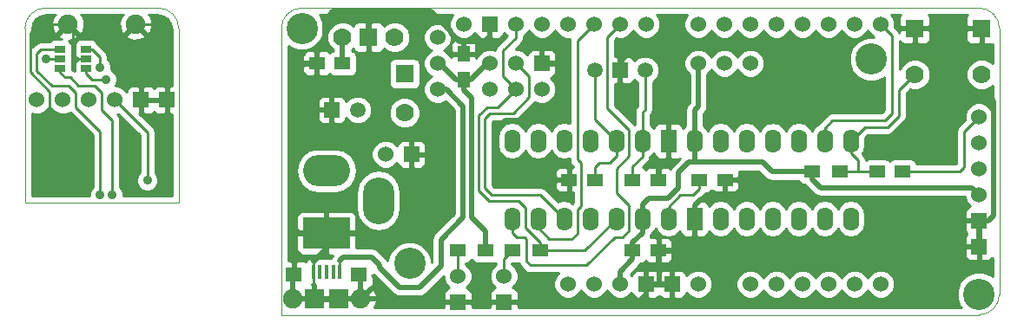
<source format=gbl>
G04 #@! TF.FileFunction,Copper,L2,Bot,Signal*
%FSLAX46Y46*%
G04 Gerber Fmt 4.6, Leading zero omitted, Abs format (unit mm)*
G04 Created by KiCad (PCBNEW (2014-12-01 BZR 5309)-product) date Thu Dec  4 13:20:49 2014*
%MOMM*%
G01*
G04 APERTURE LIST*
%ADD10C,0.100000*%
%ADD11C,1.778000*%
%ADD12R,1.778000X1.778000*%
%ADD13R,1.500000X1.300000*%
%ADD14C,3.048000*%
%ADD15R,4.572000X3.048000*%
%ADD16O,4.572000X3.048000*%
%ADD17O,3.048000X4.572000*%
%ADD18C,1.524000*%
%ADD19R,1.524000X1.524000*%
%ADD20R,1.500000X1.250000*%
%ADD21R,1.250000X1.500000*%
%ADD22O,1.574800X2.286000*%
%ADD23R,1.574800X2.286000*%
%ADD24R,0.406400X1.371600*%
%ADD25R,1.600200X1.422400*%
%ADD26R,1.905000X1.905000*%
%ADD27C,1.905000*%
%ADD28C,1.501140*%
%ADD29R,1.501140X1.501140*%
%ADD30R,1.000760X0.701040*%
%ADD31C,0.900000*%
%ADD32C,0.250000*%
%ADD33C,0.500000*%
%ADD34C,0.254000*%
G04 APERTURE END LIST*
D10*
X120000000Y-60000000D02*
X120000000Y-34000000D01*
X120000000Y-34000000D02*
G75*
G03X118000000Y-32000000I-2000000J0D01*
G01*
X118000000Y-62000000D02*
G75*
G03X120000000Y-60000000I0J2000000D01*
G01*
X52000000Y-32000000D02*
G75*
G03X50000000Y-34000000I0J-2000000D01*
G01*
X50000000Y-62000000D02*
X50000000Y-34000000D01*
X118000000Y-62000000D02*
X50000000Y-62000000D01*
X52000000Y-32000000D02*
X118000000Y-32000000D01*
X25000000Y-34000000D02*
X25000000Y-51000000D01*
X40000000Y-51000000D02*
X40000000Y-48000000D01*
X25000000Y-51000000D02*
X40000000Y-51000000D01*
X40000000Y-48000000D02*
X40000000Y-46000000D01*
X40000000Y-46000000D02*
X40000000Y-34000000D01*
X38000000Y-32000000D02*
X27000000Y-32000000D01*
X40000000Y-34000000D02*
G75*
G03X38000000Y-32000000I-2000000J0D01*
G01*
X27000000Y-32000000D02*
G75*
G03X25000000Y-34000000I0J-2000000D01*
G01*
D11*
X55960000Y-34870000D03*
D12*
X58500000Y-34870000D03*
D11*
X61040000Y-34870000D03*
D12*
X118250000Y-34000000D03*
D11*
X111750000Y-38500000D03*
X118250000Y-38500000D03*
D12*
X111750000Y-34000000D03*
D13*
X75250000Y-55700000D03*
X72550000Y-55700000D03*
X67210000Y-55700000D03*
X69910000Y-55700000D03*
X101750000Y-48000000D03*
X104450000Y-48000000D03*
D14*
X118000000Y-60000000D03*
X62500000Y-57000000D03*
D15*
X54400000Y-54000000D03*
D16*
X54400000Y-47904000D03*
D17*
X59480000Y-50825000D03*
D18*
X70320000Y-39950000D03*
X70320000Y-37410000D03*
X72860000Y-39950000D03*
X72860000Y-37410000D03*
X75400000Y-39950000D03*
D19*
X75400000Y-37410000D03*
D18*
X85560000Y-33600000D03*
X83020000Y-33600000D03*
X80480000Y-33600000D03*
X77940000Y-33600000D03*
X75400000Y-33600000D03*
X72860000Y-33600000D03*
D19*
X70320000Y-33600000D03*
D18*
X67780000Y-33600000D03*
X108420000Y-33600000D03*
X105880000Y-33600000D03*
X103340000Y-33600000D03*
X100800000Y-33600000D03*
X98260000Y-33600000D03*
X95720000Y-33600000D03*
X93180000Y-33600000D03*
X90640000Y-33600000D03*
X108420000Y-59000000D03*
X105880000Y-59000000D03*
X103340000Y-59000000D03*
X100800000Y-59000000D03*
X98260000Y-59000000D03*
X95720000Y-59000000D03*
X90640000Y-59000000D03*
D19*
X88100000Y-59000000D03*
X85560000Y-59000000D03*
D18*
X83020000Y-59000000D03*
X80480000Y-59000000D03*
X77940000Y-59000000D03*
X65230000Y-34870000D03*
X65230000Y-37410000D03*
X65230000Y-39950000D03*
X71700000Y-58230000D03*
D19*
X71700000Y-60770000D03*
D18*
X67200000Y-58230000D03*
D19*
X67200000Y-60770000D03*
D20*
X80550000Y-48800000D03*
X78050000Y-48800000D03*
X84250000Y-48800000D03*
X86750000Y-48800000D03*
X108050000Y-48000000D03*
X110550000Y-48000000D03*
X90750000Y-48800000D03*
X93250000Y-48800000D03*
D21*
X67750000Y-39000000D03*
X67750000Y-36500000D03*
D20*
X53460000Y-37420000D03*
X55960000Y-37420000D03*
X84250000Y-55700000D03*
X86750000Y-55700000D03*
D22*
X102970000Y-44990000D03*
X100430000Y-44990000D03*
X97890000Y-44990000D03*
X95350000Y-44990000D03*
X92810000Y-44990000D03*
X90270000Y-44990000D03*
D23*
X87730000Y-44990000D03*
D22*
X85190000Y-44990000D03*
X82650000Y-44990000D03*
X80110000Y-44990000D03*
X77570000Y-44990000D03*
X75030000Y-44990000D03*
X72490000Y-44990000D03*
X105510000Y-44990000D03*
X72490000Y-52610000D03*
X75030000Y-52610000D03*
X77570000Y-52610000D03*
X80110000Y-52610000D03*
X82650000Y-52610000D03*
X85190000Y-52610000D03*
X87730000Y-52610000D03*
D23*
X90270000Y-52610000D03*
D22*
X92810000Y-52610000D03*
X95350000Y-52610000D03*
X97890000Y-52610000D03*
X100430000Y-52610000D03*
X102970000Y-52610000D03*
X105510000Y-52610000D03*
D19*
X118000000Y-55350000D03*
X118000000Y-52810000D03*
D18*
X118000000Y-50270000D03*
X118000000Y-47730000D03*
X118000000Y-45190000D03*
X118000000Y-42650000D03*
D24*
X54400000Y-57800000D03*
X53749760Y-57800000D03*
X53099520Y-57800000D03*
X55050240Y-57800000D03*
X55700480Y-57800000D03*
D25*
X57575000Y-58054000D03*
X51225000Y-58054000D03*
D26*
X55606500Y-60467000D03*
X53193500Y-60467000D03*
D27*
X57702000Y-60467000D03*
X51098000Y-60467000D03*
D28*
X85450940Y-38080000D03*
X80569060Y-38080000D03*
D29*
X83010000Y-38080000D03*
D11*
X62000000Y-42250000D03*
D12*
X62000000Y-38440000D03*
D14*
X52000000Y-34000000D03*
X107500000Y-37000000D03*
D18*
X90640000Y-37410000D03*
X93180000Y-37410000D03*
X95720000Y-37410000D03*
D29*
X54910000Y-41970000D03*
D28*
X57450000Y-41970000D03*
D19*
X62700000Y-46300000D03*
D18*
X60160000Y-46300000D03*
D27*
X35802000Y-33583000D03*
X29198000Y-33583000D03*
D19*
X38850000Y-41000000D03*
X36310000Y-41000000D03*
D18*
X33770000Y-41000000D03*
X31230000Y-41000000D03*
X28690000Y-41000000D03*
X26150000Y-41000000D03*
D30*
X28430000Y-36047500D03*
X28430000Y-37000000D03*
X28430000Y-37952500D03*
X30970000Y-37952500D03*
X30970000Y-37000000D03*
X30970000Y-36047500D03*
D31*
X36925000Y-48850000D03*
X27100000Y-37000000D03*
X28675000Y-50050000D03*
X32350000Y-50275000D03*
X33525000Y-50275000D03*
X32900000Y-39000000D03*
X32300000Y-37800000D03*
D32*
X36925000Y-44155000D02*
X33770000Y-41000000D01*
X36925000Y-48850000D02*
X36925000Y-44155000D01*
X27100000Y-37000000D02*
X28430000Y-37000000D01*
D33*
X102550000Y-49560000D02*
X117290000Y-49560000D01*
X117290000Y-49560000D02*
X118000000Y-50270000D01*
X84250000Y-55196800D02*
X84250000Y-55700000D01*
X101750000Y-48000000D02*
X101750000Y-48376000D01*
X90850000Y-37620000D02*
X90640000Y-37410000D01*
X90270000Y-44990000D02*
X90270000Y-47092150D01*
X90270000Y-47092150D02*
X96892150Y-47092150D01*
X85190000Y-51210000D02*
X85190000Y-52610000D01*
X85800000Y-50600000D02*
X85190000Y-51210000D01*
X87700000Y-50600000D02*
X85800000Y-50600000D01*
X88700000Y-49600000D02*
X87700000Y-50600000D01*
X89692150Y-47092150D02*
X90270000Y-47092150D01*
X89692150Y-47092150D02*
X88700000Y-48084300D01*
X88700000Y-48084300D02*
X88700000Y-49600000D01*
X84250000Y-54950000D02*
X85190000Y-54010000D01*
X85190000Y-54010000D02*
X85190000Y-52610000D01*
X84250000Y-55700000D02*
X84250000Y-54950000D01*
X101750000Y-48760000D02*
X102550000Y-49560000D01*
X101750000Y-48000000D02*
X101750000Y-48760000D01*
X97800000Y-48000000D02*
X96892150Y-47092150D01*
X101750000Y-48000000D02*
X97800000Y-48000000D01*
X84250000Y-56540000D02*
X83020000Y-57770000D01*
X83020000Y-57770000D02*
X83020000Y-59000000D01*
X84250000Y-55700000D02*
X84250000Y-56540000D01*
X90270000Y-41992150D02*
X90640000Y-41622150D01*
X90640000Y-41622150D02*
X90640000Y-37410000D01*
X90270000Y-44990000D02*
X90270000Y-41992150D01*
X68500000Y-39000000D02*
X67750000Y-39000000D01*
X70090000Y-37410000D02*
X68500000Y-39000000D01*
X70320000Y-37410000D02*
X70090000Y-37410000D01*
X67000000Y-39000000D02*
X67750000Y-39000000D01*
X65410000Y-37410000D02*
X67000000Y-39000000D01*
X65230000Y-37410000D02*
X65410000Y-37410000D01*
X67750000Y-39990000D02*
X68550000Y-40790000D01*
X68550000Y-40790000D02*
X68550000Y-52510000D01*
X69910000Y-53870000D02*
X69910000Y-55700000D01*
X68550000Y-52510000D02*
X69910000Y-53870000D01*
X67750000Y-39000000D02*
X67750000Y-39990000D01*
D32*
X27425000Y-48800000D02*
X27425000Y-40175000D01*
X28675000Y-50050000D02*
X27425000Y-48800000D01*
X36310000Y-41000000D02*
X38850000Y-41000000D01*
X38333000Y-33583000D02*
X38850000Y-34100000D01*
X38850000Y-34100000D02*
X38850000Y-41000000D01*
X35802000Y-33583000D02*
X38333000Y-33583000D01*
X26417000Y-33583000D02*
X25540000Y-34460000D01*
X25540000Y-34460000D02*
X25540000Y-38290000D01*
X25540000Y-38290000D02*
X27425000Y-40175000D01*
X29198000Y-33583000D02*
X26417000Y-33583000D01*
X29700000Y-34085000D02*
X29198000Y-33583000D01*
X29900000Y-37000000D02*
X29700000Y-36800000D01*
X29700000Y-36800000D02*
X29700000Y-34085000D01*
X30970000Y-37000000D02*
X29900000Y-37000000D01*
X109540000Y-34720000D02*
X109540000Y-42330000D01*
X102970000Y-43770000D02*
X102970000Y-44990000D01*
X103720000Y-43020000D02*
X102970000Y-43770000D01*
X108850000Y-43020000D02*
X103720000Y-43020000D01*
X109540000Y-42330000D02*
X108850000Y-43020000D01*
X109540000Y-34720000D02*
X108420000Y-33600000D01*
X110200000Y-42530000D02*
X110200000Y-40050000D01*
X110200000Y-40050000D02*
X111750000Y-38500000D01*
X111750000Y-38500000D02*
X111750000Y-38780000D01*
X106870000Y-43630000D02*
X105510000Y-44990000D01*
X109100000Y-43630000D02*
X106870000Y-43630000D01*
X110200000Y-42530000D02*
X109100000Y-43630000D01*
X106200000Y-48000000D02*
X108050000Y-48000000D01*
X104450000Y-48000000D02*
X106200000Y-48000000D01*
X106200000Y-46900000D02*
X106200000Y-48000000D01*
X105510000Y-46210000D02*
X106200000Y-46900000D01*
X105510000Y-44990000D02*
X105510000Y-46210000D01*
X27620000Y-39620000D02*
X26130000Y-38130000D01*
X29950000Y-41700000D02*
X29950000Y-40290000D01*
X32350000Y-44100000D02*
X29950000Y-41700000D01*
X32350000Y-50275000D02*
X32350000Y-44100000D01*
X29280000Y-39620000D02*
X29950000Y-40290000D01*
X27620000Y-39620000D02*
X29280000Y-39620000D01*
X26130000Y-38130000D02*
X26130000Y-36460000D01*
X26542500Y-36047500D02*
X26130000Y-36460000D01*
X28430000Y-36047500D02*
X26542500Y-36047500D01*
X32500000Y-42000000D02*
X32500000Y-40300000D01*
X33525000Y-43025000D02*
X32500000Y-42000000D01*
X33525000Y-50275000D02*
X33525000Y-43025000D01*
X28900000Y-38800000D02*
X29400000Y-38800000D01*
X29400000Y-38800000D02*
X30210000Y-39610000D01*
X30210000Y-39610000D02*
X31810000Y-39610000D01*
X31810000Y-39610000D02*
X32500000Y-40300000D01*
X28430000Y-38330000D02*
X28900000Y-38800000D01*
X28430000Y-37952500D02*
X28430000Y-38330000D01*
X31560000Y-39000000D02*
X32900000Y-39000000D01*
X30970000Y-38410000D02*
X31560000Y-39000000D01*
X30970000Y-37952500D02*
X30970000Y-38410000D01*
X32300000Y-36780000D02*
X32300000Y-37800000D01*
X31567500Y-36047500D02*
X32300000Y-36780000D01*
X30970000Y-36047500D02*
X31567500Y-36047500D01*
D33*
X118000000Y-52810000D02*
X118930000Y-52810000D01*
X115350000Y-39850000D02*
X115350000Y-34000000D01*
X116000000Y-40500000D02*
X115350000Y-39850000D01*
X118790000Y-40500000D02*
X116000000Y-40500000D01*
X119410000Y-41120000D02*
X118790000Y-40500000D01*
X119410000Y-52330000D02*
X119410000Y-41120000D01*
X118930000Y-52810000D02*
X119410000Y-52330000D01*
X90270000Y-52610000D02*
X90270000Y-54930000D01*
X90270000Y-54930000D02*
X89500000Y-55700000D01*
X86750000Y-55700000D02*
X87315700Y-55700000D01*
D34*
X53099500Y-58054000D02*
X53099500Y-57800000D01*
D33*
X118000000Y-52810000D02*
X118000000Y-55350000D01*
X86750000Y-48800000D02*
X86750000Y-47793700D01*
X87730000Y-44990000D02*
X87730000Y-46813700D01*
X87730000Y-46813700D02*
X86750000Y-47793700D01*
D34*
X53099500Y-58333500D02*
X53099500Y-58054000D01*
D33*
X57575000Y-59870200D02*
X57537100Y-59870200D01*
X57702000Y-59997200D02*
X57575000Y-59870200D01*
X89500000Y-55700000D02*
X86750000Y-55700000D01*
X51098000Y-58181000D02*
X51225000Y-58054000D01*
X51098000Y-60467000D02*
X51098000Y-58181000D01*
X51098000Y-60467000D02*
X53193500Y-60467000D01*
X57702000Y-60467000D02*
X55606500Y-60467000D01*
X55606500Y-60467000D02*
X53193500Y-60467000D01*
X57702000Y-58181000D02*
X57575000Y-58054000D01*
X57702000Y-60467000D02*
X57702000Y-58181000D01*
X53193500Y-59193500D02*
X53099520Y-59099520D01*
D34*
X53099520Y-59099520D02*
X53099520Y-57800000D01*
D33*
X53193500Y-60467000D02*
X53193500Y-59193500D01*
X54400000Y-55500000D02*
X54400000Y-54000000D01*
X53099520Y-56800480D02*
X54400000Y-55500000D01*
D34*
X53099520Y-57800000D02*
X53099520Y-56800480D01*
D33*
X112710000Y-52810000D02*
X110600000Y-50700000D01*
X93250000Y-50700000D02*
X90900000Y-50700000D01*
X110600000Y-50700000D02*
X93250000Y-50700000D01*
X90900000Y-50700000D02*
X90270000Y-51330000D01*
X90270000Y-51330000D02*
X90270000Y-52610000D01*
X118000000Y-52810000D02*
X112710000Y-52810000D01*
X93250000Y-48800000D02*
X93250000Y-50700000D01*
X58500000Y-34870000D02*
X58500000Y-32359200D01*
X118250000Y-34000000D02*
X115350000Y-34000000D01*
X115350000Y-34000000D02*
X111750000Y-34000000D01*
X71700000Y-60770000D02*
X67200000Y-60770000D01*
X62270000Y-60770000D02*
X61967000Y-60467000D01*
X61967000Y-60467000D02*
X57702000Y-60467000D01*
X67200000Y-60770000D02*
X62270000Y-60770000D01*
X84770000Y-60770000D02*
X71700000Y-60770000D01*
X86830000Y-59000000D02*
X88090000Y-59000000D01*
X85550000Y-59000000D02*
X86830000Y-59000000D01*
X86750000Y-57420000D02*
X86830000Y-57500000D01*
X86830000Y-57500000D02*
X86830000Y-59000000D01*
X86750000Y-55700000D02*
X86750000Y-57420000D01*
X85560000Y-59980000D02*
X84770000Y-60770000D01*
X85560000Y-59000000D02*
X85560000Y-59980000D01*
X70320000Y-34810000D02*
X69830000Y-35300000D01*
X67750000Y-35300000D02*
X67350000Y-35300000D01*
X69830000Y-35300000D02*
X67750000Y-35300000D01*
X67350000Y-35300000D02*
X66490000Y-34440000D01*
X66490000Y-34440000D02*
X66490000Y-34280000D01*
X66490000Y-34280000D02*
X64569200Y-32359200D01*
X64569200Y-32359200D02*
X58500000Y-32359200D01*
X70320000Y-33600000D02*
X70320000Y-34810000D01*
X70900000Y-43960000D02*
X71860000Y-43000000D01*
X70900000Y-47200000D02*
X70900000Y-43960000D01*
X71800000Y-48100000D02*
X70900000Y-47200000D01*
X74900000Y-48100000D02*
X71800000Y-48100000D01*
X75600000Y-48800000D02*
X74900000Y-48100000D01*
X75600000Y-48800000D02*
X78050000Y-48800000D01*
X71860000Y-43000000D02*
X76530000Y-43000000D01*
X83010000Y-37280000D02*
X83890000Y-36400000D01*
X83890000Y-36400000D02*
X86600000Y-36400000D01*
X86600000Y-36400000D02*
X87730000Y-37530000D01*
X87730000Y-37530000D02*
X87730000Y-44990000D01*
X83010000Y-38080000D02*
X83010000Y-37280000D01*
X76810000Y-37410000D02*
X77460000Y-38060000D01*
X77460000Y-38060000D02*
X77460000Y-42070000D01*
X77460000Y-42070000D02*
X76530000Y-43000000D01*
X75400000Y-37410000D02*
X76810000Y-37410000D01*
X54200000Y-33200000D02*
X55040800Y-32359200D01*
X58500000Y-32359200D02*
X55040800Y-32359200D01*
X53460000Y-36280000D02*
X53460000Y-37420000D01*
X54200000Y-35540000D02*
X53460000Y-36280000D01*
X54200000Y-33200000D02*
X54200000Y-35540000D01*
X51100000Y-38170000D02*
X51850000Y-37420000D01*
X51850000Y-37420000D02*
X53460000Y-37420000D01*
X51100000Y-41970000D02*
X51100000Y-53400000D01*
X51100000Y-53400000D02*
X51700000Y-54000000D01*
X54400000Y-54000000D02*
X51700000Y-54000000D01*
X51100000Y-41970000D02*
X51100000Y-38170000D01*
X54910000Y-41970000D02*
X51100000Y-41970000D01*
X67750000Y-36500000D02*
X67750000Y-35300000D01*
X62700000Y-52530000D02*
X61230000Y-54000000D01*
X61230000Y-54000000D02*
X54400000Y-54000000D01*
X62700000Y-46300000D02*
X62700000Y-52530000D01*
X55960000Y-34870000D02*
X55960000Y-37420000D01*
D32*
X110550000Y-48000000D02*
X116170000Y-48000000D01*
X116580000Y-44070000D02*
X118000000Y-42650000D01*
X116580000Y-47590000D02*
X116580000Y-44070000D01*
X116170000Y-48000000D02*
X116580000Y-47590000D01*
X67210000Y-58220000D02*
X67200000Y-58230000D01*
X67210000Y-55700000D02*
X67210000Y-58220000D01*
X71700000Y-56550000D02*
X72550000Y-55700000D01*
X71700000Y-58230000D02*
X71700000Y-56550000D01*
D33*
X65570000Y-57230000D02*
X63490000Y-59310000D01*
X65570000Y-54640000D02*
X65570000Y-57230000D01*
X67720000Y-52490000D02*
X65570000Y-54640000D01*
X59600000Y-57140000D02*
X58820000Y-56360000D01*
X56040000Y-56360000D02*
X58820000Y-56360000D01*
X55700480Y-56699520D02*
X56040000Y-56360000D01*
D34*
X55700480Y-57800000D02*
X55700480Y-56699520D01*
D33*
X63490000Y-59310000D02*
X61490000Y-59310000D01*
X61490000Y-59310000D02*
X59600000Y-57420000D01*
X59600000Y-57420000D02*
X59600000Y-57140000D01*
X67720000Y-41610000D02*
X66060000Y-39950000D01*
X66060000Y-39950000D02*
X65230000Y-39950000D01*
X67720000Y-52490000D02*
X67720000Y-41610000D01*
D32*
X90750000Y-48800000D02*
X90750000Y-49303100D01*
X87730000Y-51470000D02*
X88900000Y-50300000D01*
X88900000Y-50300000D02*
X90100000Y-50300000D01*
X90100000Y-50300000D02*
X90750000Y-49650000D01*
X90750000Y-49650000D02*
X90750000Y-48800000D01*
X87730000Y-52610000D02*
X87730000Y-51470000D01*
X81780000Y-34840000D02*
X83020000Y-33600000D01*
X83900000Y-43960000D02*
X83900000Y-46500000D01*
X83900000Y-46500000D02*
X82700000Y-47700000D01*
X82700000Y-47700000D02*
X82700000Y-50070500D01*
X82700000Y-50070500D02*
X83900000Y-51270500D01*
X82500000Y-54400000D02*
X79737000Y-57163000D01*
X79737000Y-57163000D02*
X74273000Y-57163000D01*
X83900000Y-53740000D02*
X83240000Y-54400000D01*
X83240000Y-54400000D02*
X82500000Y-54400000D01*
X83900000Y-51270500D02*
X83900000Y-53740000D01*
X81780000Y-34840000D02*
X81780000Y-41840000D01*
X81780000Y-41840000D02*
X83900000Y-43960000D01*
X74273000Y-57163000D02*
X73900000Y-56790000D01*
X73900000Y-56790000D02*
X73900000Y-54610000D01*
X73900000Y-54610000D02*
X73700000Y-54410000D01*
X73700000Y-54410000D02*
X72920000Y-54410000D01*
X72920000Y-54410000D02*
X72490000Y-53980000D01*
X72490000Y-53980000D02*
X72490000Y-52610000D01*
X78840000Y-46818500D02*
X79201800Y-47180300D01*
X79201800Y-47180300D02*
X79201800Y-51333600D01*
X79201800Y-51333600D02*
X78840000Y-51695400D01*
X76100000Y-54600000D02*
X78300000Y-54600000D01*
X78300000Y-54600000D02*
X78840000Y-54060000D01*
X78840000Y-54060000D02*
X78840000Y-51695400D01*
X75030000Y-53530000D02*
X76100000Y-54600000D01*
X75030000Y-52610000D02*
X75030000Y-53530000D01*
X78840000Y-35240000D02*
X80480000Y-33600000D01*
X78840000Y-46818500D02*
X78840000Y-35240000D01*
X70320000Y-42280000D02*
X69790000Y-42810000D01*
X72570000Y-42280000D02*
X70320000Y-42280000D01*
X74160000Y-40690000D02*
X72570000Y-42280000D01*
X74160000Y-38710000D02*
X72860000Y-37410000D01*
X69790000Y-49630000D02*
X69790000Y-42810000D01*
X70470000Y-50310000D02*
X75270000Y-50310000D01*
X69790000Y-49630000D02*
X70470000Y-50310000D01*
X77570000Y-52610000D02*
X75270000Y-50310000D01*
X74160000Y-38710000D02*
X74160000Y-40690000D01*
X69250000Y-49860000D02*
X69250000Y-42520000D01*
X71090000Y-41720000D02*
X72860000Y-39950000D01*
X70050000Y-41720000D02*
X71090000Y-41720000D01*
X69250000Y-42520000D02*
X70050000Y-41720000D01*
X73090000Y-50850000D02*
X73800000Y-51560000D01*
X70240000Y-50850000D02*
X73090000Y-50850000D01*
X69250000Y-49860000D02*
X70240000Y-50850000D01*
X73800000Y-51560000D02*
X73800000Y-53450000D01*
X72860000Y-34910000D02*
X71610000Y-36160000D01*
X71610000Y-36160000D02*
X71610000Y-38700000D01*
X71610000Y-38700000D02*
X72860000Y-39950000D01*
X72860000Y-33600000D02*
X72860000Y-34910000D01*
X75250000Y-54900000D02*
X73800000Y-53450000D01*
X75250000Y-55700000D02*
X75250000Y-54900000D01*
X79560000Y-55700000D02*
X82650000Y-52610000D01*
X75250000Y-55700000D02*
X79560000Y-55700000D01*
X85190000Y-42190000D02*
X85190000Y-44990000D01*
X84250000Y-48800000D02*
X84250000Y-47454300D01*
X84250000Y-47454300D02*
X85190000Y-46514300D01*
X85190000Y-44990000D02*
X85190000Y-46514300D01*
X85450940Y-41929060D02*
X85190000Y-42190000D01*
X85450940Y-38080000D02*
X85450940Y-41929060D01*
X80569060Y-38080000D02*
X80569060Y-42909060D01*
X80569060Y-42909060D02*
X82650000Y-44990000D01*
X82650000Y-44990000D02*
X82204500Y-44990000D01*
X82650000Y-46450000D02*
X82000000Y-47100000D01*
X82650000Y-44990000D02*
X82650000Y-46450000D01*
X80550000Y-47550000D02*
X80550000Y-48800000D01*
X81000000Y-47100000D02*
X80550000Y-47550000D01*
X82000000Y-47100000D02*
X81000000Y-47100000D01*
D34*
G36*
X51291747Y-60481142D02*
X51112142Y-60660747D01*
X51098000Y-60646605D01*
X51083857Y-60660747D01*
X50904252Y-60481142D01*
X50918395Y-60467000D01*
X50904252Y-60452857D01*
X51083857Y-60273252D01*
X51098000Y-60287395D01*
X51112142Y-60273252D01*
X51291747Y-60452857D01*
X51277605Y-60467000D01*
X51291747Y-60481142D01*
X51291747Y-60481142D01*
G37*
X51291747Y-60481142D02*
X51112142Y-60660747D01*
X51098000Y-60646605D01*
X51083857Y-60660747D01*
X50904252Y-60481142D01*
X50918395Y-60467000D01*
X50904252Y-60452857D01*
X51083857Y-60273252D01*
X51098000Y-60287395D01*
X51112142Y-60273252D01*
X51291747Y-60452857D01*
X51277605Y-60467000D01*
X51291747Y-60481142D01*
G36*
X55753500Y-60594000D02*
X55733500Y-60594000D01*
X55733500Y-60614000D01*
X55479500Y-60614000D01*
X55479500Y-60594000D01*
X54622250Y-60594000D01*
X54177750Y-60594000D01*
X53320500Y-60594000D01*
X53320500Y-60614000D01*
X53066500Y-60614000D01*
X53066500Y-60594000D01*
X53046500Y-60594000D01*
X53046500Y-60340000D01*
X53066500Y-60340000D01*
X53066500Y-60320000D01*
X53320500Y-60320000D01*
X53320500Y-60340000D01*
X54177750Y-60340000D01*
X54622250Y-60340000D01*
X55479500Y-60340000D01*
X55479500Y-60320000D01*
X55733500Y-60320000D01*
X55733500Y-60340000D01*
X55753500Y-60340000D01*
X55753500Y-60594000D01*
X55753500Y-60594000D01*
G37*
X55753500Y-60594000D02*
X55733500Y-60594000D01*
X55733500Y-60614000D01*
X55479500Y-60614000D01*
X55479500Y-60594000D01*
X54622250Y-60594000D01*
X54177750Y-60594000D01*
X53320500Y-60594000D01*
X53320500Y-60614000D01*
X53066500Y-60614000D01*
X53066500Y-60594000D01*
X53046500Y-60594000D01*
X53046500Y-60340000D01*
X53066500Y-60340000D01*
X53066500Y-60320000D01*
X53320500Y-60320000D01*
X53320500Y-60340000D01*
X54177750Y-60340000D01*
X54622250Y-60340000D01*
X55479500Y-60340000D01*
X55479500Y-60320000D01*
X55733500Y-60320000D01*
X55733500Y-60340000D01*
X55753500Y-60340000D01*
X55753500Y-60594000D01*
G36*
X57722000Y-58181000D02*
X57702000Y-58181000D01*
X57702000Y-58201000D01*
X57448000Y-58201000D01*
X57448000Y-58181000D01*
X57428000Y-58181000D01*
X57428000Y-57927000D01*
X57448000Y-57927000D01*
X57448000Y-57907000D01*
X57702000Y-57907000D01*
X57702000Y-57927000D01*
X57722000Y-57927000D01*
X57722000Y-58181000D01*
X57722000Y-58181000D01*
G37*
X57722000Y-58181000D02*
X57702000Y-58181000D01*
X57702000Y-58201000D01*
X57448000Y-58201000D01*
X57448000Y-58181000D01*
X57428000Y-58181000D01*
X57428000Y-57927000D01*
X57448000Y-57927000D01*
X57448000Y-57907000D01*
X57702000Y-57907000D01*
X57702000Y-57927000D01*
X57722000Y-57927000D01*
X57722000Y-58181000D01*
G36*
X71989667Y-34705530D02*
X71072599Y-35622599D01*
X70907852Y-35869161D01*
X70857822Y-36120673D01*
X70599100Y-36013243D01*
X70043339Y-36012758D01*
X69529697Y-36224990D01*
X69136371Y-36617630D01*
X69010000Y-36921965D01*
X69010000Y-36785750D01*
X69010000Y-36214250D01*
X69010000Y-35623691D01*
X68913327Y-35390302D01*
X68734699Y-35211673D01*
X68501310Y-35115000D01*
X68248691Y-35115000D01*
X68035750Y-35115000D01*
X67877000Y-35273750D01*
X67877000Y-36373000D01*
X68851250Y-36373000D01*
X69010000Y-36214250D01*
X69010000Y-36785750D01*
X68851250Y-36627000D01*
X67877000Y-36627000D01*
X67877000Y-36647000D01*
X67623000Y-36647000D01*
X67623000Y-36627000D01*
X67623000Y-36373000D01*
X67623000Y-35273750D01*
X67464250Y-35115000D01*
X67251309Y-35115000D01*
X66998690Y-35115000D01*
X66765301Y-35211673D01*
X66586673Y-35390302D01*
X66490000Y-35623691D01*
X66490000Y-36214250D01*
X66648750Y-36373000D01*
X67623000Y-36373000D01*
X67623000Y-36627000D01*
X66648750Y-36627000D01*
X66490000Y-36785750D01*
X66490000Y-36801187D01*
X66415010Y-36619697D01*
X66022370Y-36226371D01*
X65814487Y-36140050D01*
X66020303Y-36055010D01*
X66413629Y-35662370D01*
X66626757Y-35149100D01*
X66627242Y-34593339D01*
X66415010Y-34079697D01*
X66022370Y-33686371D01*
X65509100Y-33473243D01*
X64953339Y-33472758D01*
X64439697Y-33684990D01*
X64046371Y-34077630D01*
X63833243Y-34590900D01*
X63832758Y-35146661D01*
X64044990Y-35660303D01*
X64437630Y-36053629D01*
X64645512Y-36139949D01*
X64439697Y-36224990D01*
X64046371Y-36617630D01*
X63833243Y-37130900D01*
X63832758Y-37686661D01*
X64044990Y-38200303D01*
X64437630Y-38593629D01*
X64645512Y-38679949D01*
X64439697Y-38764990D01*
X64046371Y-39157630D01*
X63833243Y-39670900D01*
X63832758Y-40226661D01*
X64044990Y-40740303D01*
X64437630Y-41133629D01*
X64950900Y-41346757D01*
X65506661Y-41347242D01*
X66001287Y-41142867D01*
X66835000Y-41976579D01*
X66835000Y-44050000D01*
X66835000Y-52123420D01*
X64944210Y-54014210D01*
X64752367Y-54301325D01*
X64741189Y-54357515D01*
X64684999Y-54640000D01*
X64685000Y-54640005D01*
X64685000Y-56863420D01*
X64659097Y-56889323D01*
X64659374Y-56572433D01*
X64331378Y-55778623D01*
X64097000Y-55543835D01*
X64097000Y-47188310D01*
X64097000Y-46935691D01*
X64097000Y-46585750D01*
X64097000Y-46014250D01*
X64097000Y-45664309D01*
X64097000Y-45411690D01*
X64000327Y-45178301D01*
X63821698Y-44999673D01*
X63588309Y-44903000D01*
X63536440Y-44903000D01*
X63536440Y-39329000D01*
X63536440Y-37551000D01*
X63489463Y-37308877D01*
X63349673Y-37096073D01*
X63138640Y-36953623D01*
X62889000Y-36903560D01*
X62564264Y-36903560D01*
X62564264Y-34568188D01*
X62332738Y-34007851D01*
X61904404Y-33578769D01*
X61344472Y-33346265D01*
X60738188Y-33345736D01*
X60177851Y-33577262D01*
X59987707Y-33767073D01*
X59927327Y-33621302D01*
X59748699Y-33442673D01*
X59515310Y-33346000D01*
X59262691Y-33346000D01*
X58785750Y-33346000D01*
X58627000Y-33504750D01*
X58627000Y-34743000D01*
X58647000Y-34743000D01*
X58647000Y-34997000D01*
X58627000Y-34997000D01*
X58627000Y-36235250D01*
X58785750Y-36394000D01*
X59262691Y-36394000D01*
X59515310Y-36394000D01*
X59748699Y-36297327D01*
X59927327Y-36118698D01*
X59987681Y-35972988D01*
X60175596Y-36161231D01*
X60735528Y-36393735D01*
X61341812Y-36394264D01*
X61902149Y-36162738D01*
X62331231Y-35734404D01*
X62563735Y-35174472D01*
X62564264Y-34568188D01*
X62564264Y-36903560D01*
X61111000Y-36903560D01*
X60868877Y-36950537D01*
X60656073Y-37090327D01*
X60513623Y-37301360D01*
X60463560Y-37551000D01*
X60463560Y-39329000D01*
X60510537Y-39571123D01*
X60650327Y-39783927D01*
X60861360Y-39926377D01*
X61111000Y-39976440D01*
X62889000Y-39976440D01*
X63131123Y-39929463D01*
X63343927Y-39789673D01*
X63486377Y-39578640D01*
X63536440Y-39329000D01*
X63536440Y-44903000D01*
X63524264Y-44903000D01*
X63524264Y-41948188D01*
X63292738Y-41387851D01*
X62864404Y-40958769D01*
X62304472Y-40726265D01*
X61698188Y-40725736D01*
X61137851Y-40957262D01*
X60708769Y-41385596D01*
X60476265Y-41945528D01*
X60475736Y-42551812D01*
X60707262Y-43112149D01*
X61135596Y-43541231D01*
X61695528Y-43773735D01*
X62301812Y-43774264D01*
X62862149Y-43542738D01*
X63291231Y-43114404D01*
X63523735Y-42554472D01*
X63524264Y-41948188D01*
X63524264Y-44903000D01*
X62985750Y-44903000D01*
X62827000Y-45061750D01*
X62827000Y-46173000D01*
X63938250Y-46173000D01*
X64097000Y-46014250D01*
X64097000Y-46585750D01*
X63938250Y-46427000D01*
X62827000Y-46427000D01*
X62827000Y-47538250D01*
X62985750Y-47697000D01*
X63588309Y-47697000D01*
X63821698Y-47600327D01*
X64000327Y-47421699D01*
X64097000Y-47188310D01*
X64097000Y-55543835D01*
X63724572Y-55170756D01*
X62931336Y-54841376D01*
X62573000Y-54841063D01*
X62573000Y-47538250D01*
X62573000Y-46427000D01*
X62553000Y-46427000D01*
X62553000Y-46173000D01*
X62573000Y-46173000D01*
X62573000Y-45061750D01*
X62414250Y-44903000D01*
X61811691Y-44903000D01*
X61578302Y-44999673D01*
X61399673Y-45178301D01*
X61303000Y-45411690D01*
X61303000Y-45467613D01*
X60952370Y-45116371D01*
X60439100Y-44903243D01*
X59883339Y-44902758D01*
X59369697Y-45114990D01*
X58976371Y-45507630D01*
X58835810Y-45846138D01*
X58835810Y-41695602D01*
X58625314Y-41186163D01*
X58373000Y-40933408D01*
X58373000Y-36235250D01*
X58373000Y-34997000D01*
X58353000Y-34997000D01*
X58353000Y-34743000D01*
X58373000Y-34743000D01*
X58373000Y-33504750D01*
X58214250Y-33346000D01*
X57737309Y-33346000D01*
X57484690Y-33346000D01*
X57251301Y-33442673D01*
X57072673Y-33621302D01*
X57012318Y-33767011D01*
X56824404Y-33578769D01*
X56264472Y-33346265D01*
X55658188Y-33345736D01*
X55097851Y-33577262D01*
X54668769Y-34005596D01*
X54436265Y-34565528D01*
X54435736Y-35171812D01*
X54667262Y-35732149D01*
X55075000Y-36140599D01*
X55075000Y-36173752D01*
X54967877Y-36194537D01*
X54755073Y-36334327D01*
X54711662Y-36398637D01*
X54569698Y-36256673D01*
X54336309Y-36160000D01*
X53745750Y-36160000D01*
X53587000Y-36318750D01*
X53587000Y-37293000D01*
X53607000Y-37293000D01*
X53607000Y-37547000D01*
X53587000Y-37547000D01*
X53587000Y-38521250D01*
X53745750Y-38680000D01*
X54336309Y-38680000D01*
X54569698Y-38583327D01*
X54711176Y-38441849D01*
X54749327Y-38499927D01*
X54960360Y-38642377D01*
X55210000Y-38692440D01*
X56710000Y-38692440D01*
X56952123Y-38645463D01*
X57164927Y-38505673D01*
X57307377Y-38294640D01*
X57357440Y-38045000D01*
X57357440Y-36795000D01*
X57310463Y-36552877D01*
X57170673Y-36340073D01*
X56959640Y-36197623D01*
X56845000Y-36174633D01*
X56845000Y-36139926D01*
X57012292Y-35972926D01*
X57072673Y-36118698D01*
X57251301Y-36297327D01*
X57484690Y-36394000D01*
X57737309Y-36394000D01*
X58214250Y-36394000D01*
X58373000Y-36235250D01*
X58373000Y-40933408D01*
X58235887Y-40796056D01*
X57726816Y-40584671D01*
X57175602Y-40584190D01*
X56666163Y-40794686D01*
X56295570Y-41164633D01*
X56295570Y-41093120D01*
X56198897Y-40859731D01*
X56020268Y-40681103D01*
X55786879Y-40584430D01*
X55195750Y-40584430D01*
X55037000Y-40743180D01*
X55037000Y-41843000D01*
X55057000Y-41843000D01*
X55057000Y-42097000D01*
X55037000Y-42097000D01*
X55037000Y-43196820D01*
X55195750Y-43355570D01*
X55786879Y-43355570D01*
X56020268Y-43258897D01*
X56198897Y-43080269D01*
X56295570Y-42846880D01*
X56295570Y-42774757D01*
X56664113Y-43143944D01*
X57173184Y-43355329D01*
X57724398Y-43355810D01*
X58233837Y-43145314D01*
X58623944Y-42755887D01*
X58835329Y-42246816D01*
X58835810Y-41695602D01*
X58835810Y-45846138D01*
X58763243Y-46020900D01*
X58762758Y-46576661D01*
X58974990Y-47090303D01*
X59367630Y-47483629D01*
X59880900Y-47696757D01*
X60436661Y-47697242D01*
X60950303Y-47485010D01*
X61303000Y-47132928D01*
X61303000Y-47188310D01*
X61399673Y-47421699D01*
X61578302Y-47600327D01*
X61811691Y-47697000D01*
X62414250Y-47697000D01*
X62573000Y-47538250D01*
X62573000Y-54841063D01*
X62072433Y-54840626D01*
X61639000Y-55019717D01*
X61639000Y-51644226D01*
X61639000Y-50005774D01*
X61474656Y-49179560D01*
X61006644Y-48479130D01*
X60306214Y-48011118D01*
X59480000Y-47846774D01*
X58653786Y-48011118D01*
X57953356Y-48479130D01*
X57485344Y-49179560D01*
X57378226Y-49718079D01*
X57378226Y-47904000D01*
X57213882Y-47077786D01*
X56745870Y-46377356D01*
X56045440Y-45909344D01*
X55219226Y-45745000D01*
X54783000Y-45745000D01*
X54783000Y-43196820D01*
X54783000Y-42097000D01*
X54783000Y-41843000D01*
X54783000Y-40743180D01*
X54624250Y-40584430D01*
X54033121Y-40584430D01*
X53799732Y-40681103D01*
X53621103Y-40859731D01*
X53524430Y-41093120D01*
X53524430Y-41345739D01*
X53524430Y-41684250D01*
X53683180Y-41843000D01*
X54783000Y-41843000D01*
X54783000Y-42097000D01*
X53683180Y-42097000D01*
X53524430Y-42255750D01*
X53524430Y-42594261D01*
X53524430Y-42846880D01*
X53621103Y-43080269D01*
X53799732Y-43258897D01*
X54033121Y-43355570D01*
X54624250Y-43355570D01*
X54783000Y-43196820D01*
X54783000Y-45745000D01*
X53580774Y-45745000D01*
X53333000Y-45794285D01*
X53333000Y-38521250D01*
X53333000Y-37547000D01*
X53333000Y-37293000D01*
X53333000Y-36318750D01*
X53174250Y-36160000D01*
X52583691Y-36160000D01*
X52350302Y-36256673D01*
X52171673Y-36435301D01*
X52075000Y-36668690D01*
X52075000Y-36921309D01*
X52075000Y-37134250D01*
X52233750Y-37293000D01*
X53333000Y-37293000D01*
X53333000Y-37547000D01*
X52233750Y-37547000D01*
X52075000Y-37705750D01*
X52075000Y-37918691D01*
X52075000Y-38171310D01*
X52171673Y-38404699D01*
X52350302Y-38583327D01*
X52583691Y-38680000D01*
X53174250Y-38680000D01*
X53333000Y-38521250D01*
X53333000Y-45794285D01*
X52754560Y-45909344D01*
X52054130Y-46377356D01*
X51586118Y-47077786D01*
X51421774Y-47904000D01*
X51586118Y-48730214D01*
X52054130Y-49430644D01*
X52754560Y-49898656D01*
X53580774Y-50063000D01*
X55219226Y-50063000D01*
X56045440Y-49898656D01*
X56745870Y-49430644D01*
X57213882Y-48730214D01*
X57378226Y-47904000D01*
X57378226Y-49718079D01*
X57321000Y-50005774D01*
X57321000Y-51644226D01*
X57485344Y-52470440D01*
X57953356Y-53170870D01*
X58653786Y-53638882D01*
X59480000Y-53803226D01*
X60306214Y-53638882D01*
X61006644Y-53170870D01*
X61474656Y-52470440D01*
X61639000Y-51644226D01*
X61639000Y-55019717D01*
X61278623Y-55168622D01*
X60670756Y-55775428D01*
X60341376Y-56568664D01*
X60341272Y-56687042D01*
X60225790Y-56514211D01*
X60225790Y-56514210D01*
X60225786Y-56514207D01*
X59445790Y-55734210D01*
X59158675Y-55542367D01*
X59102484Y-55531189D01*
X58820000Y-55474999D01*
X58819994Y-55475000D01*
X57321000Y-55475000D01*
X57321000Y-54285750D01*
X57321000Y-53714250D01*
X57321000Y-52349691D01*
X57224327Y-52116302D01*
X57045699Y-51937673D01*
X56812310Y-51841000D01*
X56559691Y-51841000D01*
X54685750Y-51841000D01*
X54527000Y-51999750D01*
X54527000Y-53873000D01*
X57162250Y-53873000D01*
X57321000Y-53714250D01*
X57321000Y-54285750D01*
X57162250Y-54127000D01*
X54527000Y-54127000D01*
X54527000Y-56000250D01*
X54685750Y-56159000D01*
X55017714Y-56159000D01*
X54882847Y-56360846D01*
X54861778Y-56466760D01*
X54847040Y-56466760D01*
X54723105Y-56490805D01*
X54603200Y-56466760D01*
X54273000Y-56466760D01*
X54273000Y-56000250D01*
X54273000Y-54127000D01*
X54273000Y-53873000D01*
X54273000Y-51999750D01*
X54114250Y-51841000D01*
X52240309Y-51841000D01*
X51987690Y-51841000D01*
X51754301Y-51937673D01*
X51575673Y-52116302D01*
X51479000Y-52349691D01*
X51479000Y-53714250D01*
X51637750Y-53873000D01*
X54273000Y-53873000D01*
X54273000Y-54127000D01*
X51637750Y-54127000D01*
X51479000Y-54285750D01*
X51479000Y-55650309D01*
X51575673Y-55883698D01*
X51754301Y-56062327D01*
X51987690Y-56159000D01*
X52240309Y-56159000D01*
X54114250Y-56159000D01*
X54273000Y-56000250D01*
X54273000Y-56466760D01*
X54196800Y-56466760D01*
X54072865Y-56490805D01*
X53952960Y-56466760D01*
X53546560Y-56466760D01*
X53446068Y-56486257D01*
X53429030Y-56479200D01*
X53359870Y-56479200D01*
X53330363Y-56508706D01*
X53304437Y-56513737D01*
X53091633Y-56653527D01*
X52997920Y-56792358D01*
X52997920Y-56637950D01*
X52839170Y-56479200D01*
X52770010Y-56479200D01*
X52536621Y-56575873D01*
X52357993Y-56754502D01*
X52344251Y-56787677D01*
X52151410Y-56707800D01*
X51898791Y-56707800D01*
X51510750Y-56707800D01*
X51352000Y-56866550D01*
X51352000Y-57927000D01*
X51372000Y-57927000D01*
X51372000Y-58181000D01*
X51352000Y-58181000D01*
X51352000Y-58201000D01*
X51098000Y-58201000D01*
X51098000Y-58181000D01*
X51078000Y-58181000D01*
X51078000Y-57927000D01*
X51098000Y-57927000D01*
X51098000Y-56866550D01*
X50939250Y-56707800D01*
X50685000Y-56707800D01*
X50685000Y-35738657D01*
X50775428Y-35829244D01*
X51568664Y-36158624D01*
X52427567Y-36159374D01*
X53221377Y-35831378D01*
X53829244Y-35224572D01*
X54158624Y-34431336D01*
X54159374Y-33572433D01*
X53831378Y-32778623D01*
X53737918Y-32685000D01*
X66719215Y-32685000D01*
X66596371Y-32807630D01*
X66383243Y-33320900D01*
X66382758Y-33876661D01*
X66594990Y-34390303D01*
X66987630Y-34783629D01*
X67500900Y-34996757D01*
X68056661Y-34997242D01*
X68570303Y-34785010D01*
X68923000Y-34432928D01*
X68923000Y-34488310D01*
X69019673Y-34721699D01*
X69198302Y-34900327D01*
X69431691Y-34997000D01*
X70034250Y-34997000D01*
X70193000Y-34838250D01*
X70193000Y-33727000D01*
X70173000Y-33727000D01*
X70173000Y-33473000D01*
X70193000Y-33473000D01*
X70193000Y-33453000D01*
X70447000Y-33453000D01*
X70447000Y-33473000D01*
X70467000Y-33473000D01*
X70467000Y-33727000D01*
X70447000Y-33727000D01*
X70447000Y-34838250D01*
X70605750Y-34997000D01*
X71208309Y-34997000D01*
X71441698Y-34900327D01*
X71620327Y-34721699D01*
X71717000Y-34488310D01*
X71717000Y-34432386D01*
X71989667Y-34705530D01*
X71989667Y-34705530D01*
G37*
X71989667Y-34705530D02*
X71072599Y-35622599D01*
X70907852Y-35869161D01*
X70857822Y-36120673D01*
X70599100Y-36013243D01*
X70043339Y-36012758D01*
X69529697Y-36224990D01*
X69136371Y-36617630D01*
X69010000Y-36921965D01*
X69010000Y-36785750D01*
X69010000Y-36214250D01*
X69010000Y-35623691D01*
X68913327Y-35390302D01*
X68734699Y-35211673D01*
X68501310Y-35115000D01*
X68248691Y-35115000D01*
X68035750Y-35115000D01*
X67877000Y-35273750D01*
X67877000Y-36373000D01*
X68851250Y-36373000D01*
X69010000Y-36214250D01*
X69010000Y-36785750D01*
X68851250Y-36627000D01*
X67877000Y-36627000D01*
X67877000Y-36647000D01*
X67623000Y-36647000D01*
X67623000Y-36627000D01*
X67623000Y-36373000D01*
X67623000Y-35273750D01*
X67464250Y-35115000D01*
X67251309Y-35115000D01*
X66998690Y-35115000D01*
X66765301Y-35211673D01*
X66586673Y-35390302D01*
X66490000Y-35623691D01*
X66490000Y-36214250D01*
X66648750Y-36373000D01*
X67623000Y-36373000D01*
X67623000Y-36627000D01*
X66648750Y-36627000D01*
X66490000Y-36785750D01*
X66490000Y-36801187D01*
X66415010Y-36619697D01*
X66022370Y-36226371D01*
X65814487Y-36140050D01*
X66020303Y-36055010D01*
X66413629Y-35662370D01*
X66626757Y-35149100D01*
X66627242Y-34593339D01*
X66415010Y-34079697D01*
X66022370Y-33686371D01*
X65509100Y-33473243D01*
X64953339Y-33472758D01*
X64439697Y-33684990D01*
X64046371Y-34077630D01*
X63833243Y-34590900D01*
X63832758Y-35146661D01*
X64044990Y-35660303D01*
X64437630Y-36053629D01*
X64645512Y-36139949D01*
X64439697Y-36224990D01*
X64046371Y-36617630D01*
X63833243Y-37130900D01*
X63832758Y-37686661D01*
X64044990Y-38200303D01*
X64437630Y-38593629D01*
X64645512Y-38679949D01*
X64439697Y-38764990D01*
X64046371Y-39157630D01*
X63833243Y-39670900D01*
X63832758Y-40226661D01*
X64044990Y-40740303D01*
X64437630Y-41133629D01*
X64950900Y-41346757D01*
X65506661Y-41347242D01*
X66001287Y-41142867D01*
X66835000Y-41976579D01*
X66835000Y-44050000D01*
X66835000Y-52123420D01*
X64944210Y-54014210D01*
X64752367Y-54301325D01*
X64741189Y-54357515D01*
X64684999Y-54640000D01*
X64685000Y-54640005D01*
X64685000Y-56863420D01*
X64659097Y-56889323D01*
X64659374Y-56572433D01*
X64331378Y-55778623D01*
X64097000Y-55543835D01*
X64097000Y-47188310D01*
X64097000Y-46935691D01*
X64097000Y-46585750D01*
X64097000Y-46014250D01*
X64097000Y-45664309D01*
X64097000Y-45411690D01*
X64000327Y-45178301D01*
X63821698Y-44999673D01*
X63588309Y-44903000D01*
X63536440Y-44903000D01*
X63536440Y-39329000D01*
X63536440Y-37551000D01*
X63489463Y-37308877D01*
X63349673Y-37096073D01*
X63138640Y-36953623D01*
X62889000Y-36903560D01*
X62564264Y-36903560D01*
X62564264Y-34568188D01*
X62332738Y-34007851D01*
X61904404Y-33578769D01*
X61344472Y-33346265D01*
X60738188Y-33345736D01*
X60177851Y-33577262D01*
X59987707Y-33767073D01*
X59927327Y-33621302D01*
X59748699Y-33442673D01*
X59515310Y-33346000D01*
X59262691Y-33346000D01*
X58785750Y-33346000D01*
X58627000Y-33504750D01*
X58627000Y-34743000D01*
X58647000Y-34743000D01*
X58647000Y-34997000D01*
X58627000Y-34997000D01*
X58627000Y-36235250D01*
X58785750Y-36394000D01*
X59262691Y-36394000D01*
X59515310Y-36394000D01*
X59748699Y-36297327D01*
X59927327Y-36118698D01*
X59987681Y-35972988D01*
X60175596Y-36161231D01*
X60735528Y-36393735D01*
X61341812Y-36394264D01*
X61902149Y-36162738D01*
X62331231Y-35734404D01*
X62563735Y-35174472D01*
X62564264Y-34568188D01*
X62564264Y-36903560D01*
X61111000Y-36903560D01*
X60868877Y-36950537D01*
X60656073Y-37090327D01*
X60513623Y-37301360D01*
X60463560Y-37551000D01*
X60463560Y-39329000D01*
X60510537Y-39571123D01*
X60650327Y-39783927D01*
X60861360Y-39926377D01*
X61111000Y-39976440D01*
X62889000Y-39976440D01*
X63131123Y-39929463D01*
X63343927Y-39789673D01*
X63486377Y-39578640D01*
X63536440Y-39329000D01*
X63536440Y-44903000D01*
X63524264Y-44903000D01*
X63524264Y-41948188D01*
X63292738Y-41387851D01*
X62864404Y-40958769D01*
X62304472Y-40726265D01*
X61698188Y-40725736D01*
X61137851Y-40957262D01*
X60708769Y-41385596D01*
X60476265Y-41945528D01*
X60475736Y-42551812D01*
X60707262Y-43112149D01*
X61135596Y-43541231D01*
X61695528Y-43773735D01*
X62301812Y-43774264D01*
X62862149Y-43542738D01*
X63291231Y-43114404D01*
X63523735Y-42554472D01*
X63524264Y-41948188D01*
X63524264Y-44903000D01*
X62985750Y-44903000D01*
X62827000Y-45061750D01*
X62827000Y-46173000D01*
X63938250Y-46173000D01*
X64097000Y-46014250D01*
X64097000Y-46585750D01*
X63938250Y-46427000D01*
X62827000Y-46427000D01*
X62827000Y-47538250D01*
X62985750Y-47697000D01*
X63588309Y-47697000D01*
X63821698Y-47600327D01*
X64000327Y-47421699D01*
X64097000Y-47188310D01*
X64097000Y-55543835D01*
X63724572Y-55170756D01*
X62931336Y-54841376D01*
X62573000Y-54841063D01*
X62573000Y-47538250D01*
X62573000Y-46427000D01*
X62553000Y-46427000D01*
X62553000Y-46173000D01*
X62573000Y-46173000D01*
X62573000Y-45061750D01*
X62414250Y-44903000D01*
X61811691Y-44903000D01*
X61578302Y-44999673D01*
X61399673Y-45178301D01*
X61303000Y-45411690D01*
X61303000Y-45467613D01*
X60952370Y-45116371D01*
X60439100Y-44903243D01*
X59883339Y-44902758D01*
X59369697Y-45114990D01*
X58976371Y-45507630D01*
X58835810Y-45846138D01*
X58835810Y-41695602D01*
X58625314Y-41186163D01*
X58373000Y-40933408D01*
X58373000Y-36235250D01*
X58373000Y-34997000D01*
X58353000Y-34997000D01*
X58353000Y-34743000D01*
X58373000Y-34743000D01*
X58373000Y-33504750D01*
X58214250Y-33346000D01*
X57737309Y-33346000D01*
X57484690Y-33346000D01*
X57251301Y-33442673D01*
X57072673Y-33621302D01*
X57012318Y-33767011D01*
X56824404Y-33578769D01*
X56264472Y-33346265D01*
X55658188Y-33345736D01*
X55097851Y-33577262D01*
X54668769Y-34005596D01*
X54436265Y-34565528D01*
X54435736Y-35171812D01*
X54667262Y-35732149D01*
X55075000Y-36140599D01*
X55075000Y-36173752D01*
X54967877Y-36194537D01*
X54755073Y-36334327D01*
X54711662Y-36398637D01*
X54569698Y-36256673D01*
X54336309Y-36160000D01*
X53745750Y-36160000D01*
X53587000Y-36318750D01*
X53587000Y-37293000D01*
X53607000Y-37293000D01*
X53607000Y-37547000D01*
X53587000Y-37547000D01*
X53587000Y-38521250D01*
X53745750Y-38680000D01*
X54336309Y-38680000D01*
X54569698Y-38583327D01*
X54711176Y-38441849D01*
X54749327Y-38499927D01*
X54960360Y-38642377D01*
X55210000Y-38692440D01*
X56710000Y-38692440D01*
X56952123Y-38645463D01*
X57164927Y-38505673D01*
X57307377Y-38294640D01*
X57357440Y-38045000D01*
X57357440Y-36795000D01*
X57310463Y-36552877D01*
X57170673Y-36340073D01*
X56959640Y-36197623D01*
X56845000Y-36174633D01*
X56845000Y-36139926D01*
X57012292Y-35972926D01*
X57072673Y-36118698D01*
X57251301Y-36297327D01*
X57484690Y-36394000D01*
X57737309Y-36394000D01*
X58214250Y-36394000D01*
X58373000Y-36235250D01*
X58373000Y-40933408D01*
X58235887Y-40796056D01*
X57726816Y-40584671D01*
X57175602Y-40584190D01*
X56666163Y-40794686D01*
X56295570Y-41164633D01*
X56295570Y-41093120D01*
X56198897Y-40859731D01*
X56020268Y-40681103D01*
X55786879Y-40584430D01*
X55195750Y-40584430D01*
X55037000Y-40743180D01*
X55037000Y-41843000D01*
X55057000Y-41843000D01*
X55057000Y-42097000D01*
X55037000Y-42097000D01*
X55037000Y-43196820D01*
X55195750Y-43355570D01*
X55786879Y-43355570D01*
X56020268Y-43258897D01*
X56198897Y-43080269D01*
X56295570Y-42846880D01*
X56295570Y-42774757D01*
X56664113Y-43143944D01*
X57173184Y-43355329D01*
X57724398Y-43355810D01*
X58233837Y-43145314D01*
X58623944Y-42755887D01*
X58835329Y-42246816D01*
X58835810Y-41695602D01*
X58835810Y-45846138D01*
X58763243Y-46020900D01*
X58762758Y-46576661D01*
X58974990Y-47090303D01*
X59367630Y-47483629D01*
X59880900Y-47696757D01*
X60436661Y-47697242D01*
X60950303Y-47485010D01*
X61303000Y-47132928D01*
X61303000Y-47188310D01*
X61399673Y-47421699D01*
X61578302Y-47600327D01*
X61811691Y-47697000D01*
X62414250Y-47697000D01*
X62573000Y-47538250D01*
X62573000Y-54841063D01*
X62072433Y-54840626D01*
X61639000Y-55019717D01*
X61639000Y-51644226D01*
X61639000Y-50005774D01*
X61474656Y-49179560D01*
X61006644Y-48479130D01*
X60306214Y-48011118D01*
X59480000Y-47846774D01*
X58653786Y-48011118D01*
X57953356Y-48479130D01*
X57485344Y-49179560D01*
X57378226Y-49718079D01*
X57378226Y-47904000D01*
X57213882Y-47077786D01*
X56745870Y-46377356D01*
X56045440Y-45909344D01*
X55219226Y-45745000D01*
X54783000Y-45745000D01*
X54783000Y-43196820D01*
X54783000Y-42097000D01*
X54783000Y-41843000D01*
X54783000Y-40743180D01*
X54624250Y-40584430D01*
X54033121Y-40584430D01*
X53799732Y-40681103D01*
X53621103Y-40859731D01*
X53524430Y-41093120D01*
X53524430Y-41345739D01*
X53524430Y-41684250D01*
X53683180Y-41843000D01*
X54783000Y-41843000D01*
X54783000Y-42097000D01*
X53683180Y-42097000D01*
X53524430Y-42255750D01*
X53524430Y-42594261D01*
X53524430Y-42846880D01*
X53621103Y-43080269D01*
X53799732Y-43258897D01*
X54033121Y-43355570D01*
X54624250Y-43355570D01*
X54783000Y-43196820D01*
X54783000Y-45745000D01*
X53580774Y-45745000D01*
X53333000Y-45794285D01*
X53333000Y-38521250D01*
X53333000Y-37547000D01*
X53333000Y-37293000D01*
X53333000Y-36318750D01*
X53174250Y-36160000D01*
X52583691Y-36160000D01*
X52350302Y-36256673D01*
X52171673Y-36435301D01*
X52075000Y-36668690D01*
X52075000Y-36921309D01*
X52075000Y-37134250D01*
X52233750Y-37293000D01*
X53333000Y-37293000D01*
X53333000Y-37547000D01*
X52233750Y-37547000D01*
X52075000Y-37705750D01*
X52075000Y-37918691D01*
X52075000Y-38171310D01*
X52171673Y-38404699D01*
X52350302Y-38583327D01*
X52583691Y-38680000D01*
X53174250Y-38680000D01*
X53333000Y-38521250D01*
X53333000Y-45794285D01*
X52754560Y-45909344D01*
X52054130Y-46377356D01*
X51586118Y-47077786D01*
X51421774Y-47904000D01*
X51586118Y-48730214D01*
X52054130Y-49430644D01*
X52754560Y-49898656D01*
X53580774Y-50063000D01*
X55219226Y-50063000D01*
X56045440Y-49898656D01*
X56745870Y-49430644D01*
X57213882Y-48730214D01*
X57378226Y-47904000D01*
X57378226Y-49718079D01*
X57321000Y-50005774D01*
X57321000Y-51644226D01*
X57485344Y-52470440D01*
X57953356Y-53170870D01*
X58653786Y-53638882D01*
X59480000Y-53803226D01*
X60306214Y-53638882D01*
X61006644Y-53170870D01*
X61474656Y-52470440D01*
X61639000Y-51644226D01*
X61639000Y-55019717D01*
X61278623Y-55168622D01*
X60670756Y-55775428D01*
X60341376Y-56568664D01*
X60341272Y-56687042D01*
X60225790Y-56514211D01*
X60225790Y-56514210D01*
X60225786Y-56514207D01*
X59445790Y-55734210D01*
X59158675Y-55542367D01*
X59102484Y-55531189D01*
X58820000Y-55474999D01*
X58819994Y-55475000D01*
X57321000Y-55475000D01*
X57321000Y-54285750D01*
X57321000Y-53714250D01*
X57321000Y-52349691D01*
X57224327Y-52116302D01*
X57045699Y-51937673D01*
X56812310Y-51841000D01*
X56559691Y-51841000D01*
X54685750Y-51841000D01*
X54527000Y-51999750D01*
X54527000Y-53873000D01*
X57162250Y-53873000D01*
X57321000Y-53714250D01*
X57321000Y-54285750D01*
X57162250Y-54127000D01*
X54527000Y-54127000D01*
X54527000Y-56000250D01*
X54685750Y-56159000D01*
X55017714Y-56159000D01*
X54882847Y-56360846D01*
X54861778Y-56466760D01*
X54847040Y-56466760D01*
X54723105Y-56490805D01*
X54603200Y-56466760D01*
X54273000Y-56466760D01*
X54273000Y-56000250D01*
X54273000Y-54127000D01*
X54273000Y-53873000D01*
X54273000Y-51999750D01*
X54114250Y-51841000D01*
X52240309Y-51841000D01*
X51987690Y-51841000D01*
X51754301Y-51937673D01*
X51575673Y-52116302D01*
X51479000Y-52349691D01*
X51479000Y-53714250D01*
X51637750Y-53873000D01*
X54273000Y-53873000D01*
X54273000Y-54127000D01*
X51637750Y-54127000D01*
X51479000Y-54285750D01*
X51479000Y-55650309D01*
X51575673Y-55883698D01*
X51754301Y-56062327D01*
X51987690Y-56159000D01*
X52240309Y-56159000D01*
X54114250Y-56159000D01*
X54273000Y-56000250D01*
X54273000Y-56466760D01*
X54196800Y-56466760D01*
X54072865Y-56490805D01*
X53952960Y-56466760D01*
X53546560Y-56466760D01*
X53446068Y-56486257D01*
X53429030Y-56479200D01*
X53359870Y-56479200D01*
X53330363Y-56508706D01*
X53304437Y-56513737D01*
X53091633Y-56653527D01*
X52997920Y-56792358D01*
X52997920Y-56637950D01*
X52839170Y-56479200D01*
X52770010Y-56479200D01*
X52536621Y-56575873D01*
X52357993Y-56754502D01*
X52344251Y-56787677D01*
X52151410Y-56707800D01*
X51898791Y-56707800D01*
X51510750Y-56707800D01*
X51352000Y-56866550D01*
X51352000Y-57927000D01*
X51372000Y-57927000D01*
X51372000Y-58181000D01*
X51352000Y-58181000D01*
X51352000Y-58201000D01*
X51098000Y-58201000D01*
X51098000Y-58181000D01*
X51078000Y-58181000D01*
X51078000Y-57927000D01*
X51098000Y-57927000D01*
X51098000Y-56866550D01*
X50939250Y-56707800D01*
X50685000Y-56707800D01*
X50685000Y-35738657D01*
X50775428Y-35829244D01*
X51568664Y-36158624D01*
X52427567Y-36159374D01*
X53221377Y-35831378D01*
X53829244Y-35224572D01*
X54158624Y-34431336D01*
X54159374Y-33572433D01*
X53831378Y-32778623D01*
X53737918Y-32685000D01*
X66719215Y-32685000D01*
X66596371Y-32807630D01*
X66383243Y-33320900D01*
X66382758Y-33876661D01*
X66594990Y-34390303D01*
X66987630Y-34783629D01*
X67500900Y-34996757D01*
X68056661Y-34997242D01*
X68570303Y-34785010D01*
X68923000Y-34432928D01*
X68923000Y-34488310D01*
X69019673Y-34721699D01*
X69198302Y-34900327D01*
X69431691Y-34997000D01*
X70034250Y-34997000D01*
X70193000Y-34838250D01*
X70193000Y-33727000D01*
X70173000Y-33727000D01*
X70173000Y-33473000D01*
X70193000Y-33473000D01*
X70193000Y-33453000D01*
X70447000Y-33453000D01*
X70447000Y-33473000D01*
X70467000Y-33473000D01*
X70467000Y-33727000D01*
X70447000Y-33727000D01*
X70447000Y-34838250D01*
X70605750Y-34997000D01*
X71208309Y-34997000D01*
X71441698Y-34900327D01*
X71620327Y-34721699D01*
X71717000Y-34488310D01*
X71717000Y-34432386D01*
X71989667Y-34705530D01*
G36*
X78441800Y-51018798D02*
X78378586Y-51082011D01*
X78114329Y-50905441D01*
X77923000Y-50867383D01*
X77923000Y-49901250D01*
X77923000Y-48927000D01*
X77923000Y-48673000D01*
X77923000Y-47698750D01*
X77764250Y-47540000D01*
X77173691Y-47540000D01*
X76940302Y-47636673D01*
X76761673Y-47815301D01*
X76665000Y-48048690D01*
X76665000Y-48301309D01*
X76665000Y-48514250D01*
X76823750Y-48673000D01*
X77923000Y-48673000D01*
X77923000Y-48927000D01*
X76823750Y-48927000D01*
X76665000Y-49085750D01*
X76665000Y-49298691D01*
X76665000Y-49551310D01*
X76761673Y-49784699D01*
X76940302Y-49963327D01*
X77173691Y-50060000D01*
X77764250Y-50060000D01*
X77923000Y-49901250D01*
X77923000Y-50867383D01*
X77570000Y-50797167D01*
X77025671Y-50905441D01*
X76974460Y-50939658D01*
X75807401Y-49772599D01*
X75560839Y-49607852D01*
X75270000Y-49550000D01*
X70784802Y-49550000D01*
X70550000Y-49315198D01*
X70550000Y-43124802D01*
X70634802Y-43040000D01*
X72570000Y-43040000D01*
X72860839Y-42982148D01*
X73107401Y-42817401D01*
X74697401Y-41227401D01*
X74726951Y-41183175D01*
X75120900Y-41346757D01*
X75676661Y-41347242D01*
X76190303Y-41135010D01*
X76583629Y-40742370D01*
X76796757Y-40229100D01*
X76797242Y-39673339D01*
X76585010Y-39159697D01*
X76232928Y-38807000D01*
X76288309Y-38807000D01*
X76521698Y-38710327D01*
X76700327Y-38531699D01*
X76797000Y-38298310D01*
X76797000Y-38045691D01*
X76797000Y-37695750D01*
X76797000Y-37124250D01*
X76797000Y-36774309D01*
X76797000Y-36521690D01*
X76700327Y-36288301D01*
X76521698Y-36109673D01*
X76288309Y-36013000D01*
X75685750Y-36013000D01*
X75527000Y-36171750D01*
X75527000Y-37283000D01*
X76638250Y-37283000D01*
X76797000Y-37124250D01*
X76797000Y-37695750D01*
X76638250Y-37537000D01*
X75527000Y-37537000D01*
X75527000Y-37557000D01*
X75273000Y-37557000D01*
X75273000Y-37537000D01*
X75253000Y-37537000D01*
X75253000Y-37283000D01*
X75273000Y-37283000D01*
X75273000Y-36171750D01*
X75114250Y-36013000D01*
X74511691Y-36013000D01*
X74278302Y-36109673D01*
X74099673Y-36288301D01*
X74003000Y-36521690D01*
X74003000Y-36577613D01*
X73652370Y-36226371D01*
X73139100Y-36013243D01*
X72831827Y-36012974D01*
X73397401Y-35447401D01*
X73562148Y-35200839D01*
X73620000Y-34910000D01*
X73620000Y-34797530D01*
X73650303Y-34785010D01*
X74043629Y-34392370D01*
X74129949Y-34184487D01*
X74214990Y-34390303D01*
X74607630Y-34783629D01*
X75120900Y-34996757D01*
X75676661Y-34997242D01*
X76190303Y-34785010D01*
X76583629Y-34392370D01*
X76669949Y-34184487D01*
X76754990Y-34390303D01*
X77147630Y-34783629D01*
X77660900Y-34996757D01*
X78128303Y-34997164D01*
X78080000Y-35240000D01*
X78080000Y-43278612D01*
X77570000Y-43177167D01*
X77025671Y-43285441D01*
X76564211Y-43593778D01*
X76300000Y-43989198D01*
X76035789Y-43593778D01*
X75574329Y-43285441D01*
X75030000Y-43177167D01*
X74485671Y-43285441D01*
X74024211Y-43593778D01*
X73760000Y-43989198D01*
X73495789Y-43593778D01*
X73034329Y-43285441D01*
X72490000Y-43177167D01*
X71945671Y-43285441D01*
X71484211Y-43593778D01*
X71175874Y-44055238D01*
X71067600Y-44599567D01*
X71067600Y-45380433D01*
X71175874Y-45924762D01*
X71484211Y-46386222D01*
X71945671Y-46694559D01*
X72490000Y-46802833D01*
X73034329Y-46694559D01*
X73495789Y-46386222D01*
X73760000Y-45990801D01*
X74024211Y-46386222D01*
X74485671Y-46694559D01*
X75030000Y-46802833D01*
X75574329Y-46694559D01*
X76035789Y-46386222D01*
X76300000Y-45990801D01*
X76564211Y-46386222D01*
X77025671Y-46694559D01*
X77570000Y-46802833D01*
X78080000Y-46701387D01*
X78080000Y-46818500D01*
X78137852Y-47109339D01*
X78302599Y-47355901D01*
X78441800Y-47495102D01*
X78441800Y-47540000D01*
X78335750Y-47540000D01*
X78177000Y-47698750D01*
X78177000Y-48673000D01*
X78197000Y-48673000D01*
X78197000Y-48927000D01*
X78177000Y-48927000D01*
X78177000Y-49901250D01*
X78335750Y-50060000D01*
X78441800Y-50060000D01*
X78441800Y-51018798D01*
X78441800Y-51018798D01*
G37*
X78441800Y-51018798D02*
X78378586Y-51082011D01*
X78114329Y-50905441D01*
X77923000Y-50867383D01*
X77923000Y-49901250D01*
X77923000Y-48927000D01*
X77923000Y-48673000D01*
X77923000Y-47698750D01*
X77764250Y-47540000D01*
X77173691Y-47540000D01*
X76940302Y-47636673D01*
X76761673Y-47815301D01*
X76665000Y-48048690D01*
X76665000Y-48301309D01*
X76665000Y-48514250D01*
X76823750Y-48673000D01*
X77923000Y-48673000D01*
X77923000Y-48927000D01*
X76823750Y-48927000D01*
X76665000Y-49085750D01*
X76665000Y-49298691D01*
X76665000Y-49551310D01*
X76761673Y-49784699D01*
X76940302Y-49963327D01*
X77173691Y-50060000D01*
X77764250Y-50060000D01*
X77923000Y-49901250D01*
X77923000Y-50867383D01*
X77570000Y-50797167D01*
X77025671Y-50905441D01*
X76974460Y-50939658D01*
X75807401Y-49772599D01*
X75560839Y-49607852D01*
X75270000Y-49550000D01*
X70784802Y-49550000D01*
X70550000Y-49315198D01*
X70550000Y-43124802D01*
X70634802Y-43040000D01*
X72570000Y-43040000D01*
X72860839Y-42982148D01*
X73107401Y-42817401D01*
X74697401Y-41227401D01*
X74726951Y-41183175D01*
X75120900Y-41346757D01*
X75676661Y-41347242D01*
X76190303Y-41135010D01*
X76583629Y-40742370D01*
X76796757Y-40229100D01*
X76797242Y-39673339D01*
X76585010Y-39159697D01*
X76232928Y-38807000D01*
X76288309Y-38807000D01*
X76521698Y-38710327D01*
X76700327Y-38531699D01*
X76797000Y-38298310D01*
X76797000Y-38045691D01*
X76797000Y-37695750D01*
X76797000Y-37124250D01*
X76797000Y-36774309D01*
X76797000Y-36521690D01*
X76700327Y-36288301D01*
X76521698Y-36109673D01*
X76288309Y-36013000D01*
X75685750Y-36013000D01*
X75527000Y-36171750D01*
X75527000Y-37283000D01*
X76638250Y-37283000D01*
X76797000Y-37124250D01*
X76797000Y-37695750D01*
X76638250Y-37537000D01*
X75527000Y-37537000D01*
X75527000Y-37557000D01*
X75273000Y-37557000D01*
X75273000Y-37537000D01*
X75253000Y-37537000D01*
X75253000Y-37283000D01*
X75273000Y-37283000D01*
X75273000Y-36171750D01*
X75114250Y-36013000D01*
X74511691Y-36013000D01*
X74278302Y-36109673D01*
X74099673Y-36288301D01*
X74003000Y-36521690D01*
X74003000Y-36577613D01*
X73652370Y-36226371D01*
X73139100Y-36013243D01*
X72831827Y-36012974D01*
X73397401Y-35447401D01*
X73562148Y-35200839D01*
X73620000Y-34910000D01*
X73620000Y-34797530D01*
X73650303Y-34785010D01*
X74043629Y-34392370D01*
X74129949Y-34184487D01*
X74214990Y-34390303D01*
X74607630Y-34783629D01*
X75120900Y-34996757D01*
X75676661Y-34997242D01*
X76190303Y-34785010D01*
X76583629Y-34392370D01*
X76669949Y-34184487D01*
X76754990Y-34390303D01*
X77147630Y-34783629D01*
X77660900Y-34996757D01*
X78128303Y-34997164D01*
X78080000Y-35240000D01*
X78080000Y-43278612D01*
X77570000Y-43177167D01*
X77025671Y-43285441D01*
X76564211Y-43593778D01*
X76300000Y-43989198D01*
X76035789Y-43593778D01*
X75574329Y-43285441D01*
X75030000Y-43177167D01*
X74485671Y-43285441D01*
X74024211Y-43593778D01*
X73760000Y-43989198D01*
X73495789Y-43593778D01*
X73034329Y-43285441D01*
X72490000Y-43177167D01*
X71945671Y-43285441D01*
X71484211Y-43593778D01*
X71175874Y-44055238D01*
X71067600Y-44599567D01*
X71067600Y-45380433D01*
X71175874Y-45924762D01*
X71484211Y-46386222D01*
X71945671Y-46694559D01*
X72490000Y-46802833D01*
X73034329Y-46694559D01*
X73495789Y-46386222D01*
X73760000Y-45990801D01*
X74024211Y-46386222D01*
X74485671Y-46694559D01*
X75030000Y-46802833D01*
X75574329Y-46694559D01*
X76035789Y-46386222D01*
X76300000Y-45990801D01*
X76564211Y-46386222D01*
X77025671Y-46694559D01*
X77570000Y-46802833D01*
X78080000Y-46701387D01*
X78080000Y-46818500D01*
X78137852Y-47109339D01*
X78302599Y-47355901D01*
X78441800Y-47495102D01*
X78441800Y-47540000D01*
X78335750Y-47540000D01*
X78177000Y-47698750D01*
X78177000Y-48673000D01*
X78197000Y-48673000D01*
X78197000Y-48927000D01*
X78177000Y-48927000D01*
X78177000Y-49901250D01*
X78335750Y-50060000D01*
X78441800Y-50060000D01*
X78441800Y-51018798D01*
G36*
X108780000Y-42015198D02*
X108535198Y-42260000D01*
X103720000Y-42260000D01*
X103429160Y-42317852D01*
X103182599Y-42482599D01*
X102432599Y-43232599D01*
X102374401Y-43319698D01*
X101964211Y-43593778D01*
X101700000Y-43989198D01*
X101435789Y-43593778D01*
X100974329Y-43285441D01*
X100430000Y-43177167D01*
X99885671Y-43285441D01*
X99424211Y-43593778D01*
X99160000Y-43989198D01*
X98895789Y-43593778D01*
X98434329Y-43285441D01*
X98238730Y-43246534D01*
X98180839Y-43207852D01*
X97890000Y-43150000D01*
X97599161Y-43207852D01*
X97541269Y-43246534D01*
X97345671Y-43285441D01*
X96884211Y-43593778D01*
X96620000Y-43989198D01*
X96355789Y-43593778D01*
X95894329Y-43285441D01*
X95350000Y-43177167D01*
X94805671Y-43285441D01*
X94344211Y-43593778D01*
X94080000Y-43989198D01*
X93815789Y-43593778D01*
X93354329Y-43285441D01*
X92810000Y-43177167D01*
X92265671Y-43285441D01*
X91804211Y-43593778D01*
X91540000Y-43989198D01*
X91275789Y-43593778D01*
X91155000Y-43513069D01*
X91155000Y-42358729D01*
X91265786Y-42247942D01*
X91265789Y-42247940D01*
X91265790Y-42247940D01*
X91457633Y-41960825D01*
X91457633Y-41960824D01*
X91468810Y-41904634D01*
X91525000Y-41622150D01*
X91525001Y-41622150D01*
X91525000Y-41622144D01*
X91525000Y-38500478D01*
X91823629Y-38202370D01*
X91909949Y-37994487D01*
X91994990Y-38200303D01*
X92387630Y-38593629D01*
X92900900Y-38806757D01*
X93456661Y-38807242D01*
X93970303Y-38595010D01*
X94363629Y-38202370D01*
X94449949Y-37994487D01*
X94534990Y-38200303D01*
X94927630Y-38593629D01*
X95440900Y-38806757D01*
X95996661Y-38807242D01*
X96510303Y-38595010D01*
X96903629Y-38202370D01*
X97116757Y-37689100D01*
X97117242Y-37133339D01*
X96905010Y-36619697D01*
X96512370Y-36226371D01*
X95999100Y-36013243D01*
X95443339Y-36012758D01*
X94929697Y-36224990D01*
X94536371Y-36617630D01*
X94450050Y-36825512D01*
X94365010Y-36619697D01*
X93972370Y-36226371D01*
X93459100Y-36013243D01*
X92903339Y-36012758D01*
X92389697Y-36224990D01*
X91996371Y-36617630D01*
X91910050Y-36825512D01*
X91825010Y-36619697D01*
X91432370Y-36226371D01*
X90919100Y-36013243D01*
X90363339Y-36012758D01*
X89849697Y-36224990D01*
X89456371Y-36617630D01*
X89243243Y-37130900D01*
X89242758Y-37686661D01*
X89454990Y-38200303D01*
X89755000Y-38500837D01*
X89755000Y-41255570D01*
X89644210Y-41366360D01*
X89452367Y-41653475D01*
X89441189Y-41709665D01*
X89384999Y-41992150D01*
X89385000Y-41992155D01*
X89385000Y-43513069D01*
X89264211Y-43593778D01*
X89152400Y-43761115D01*
X89152400Y-43720690D01*
X89055727Y-43487301D01*
X88877098Y-43308673D01*
X88643709Y-43212000D01*
X88015750Y-43212000D01*
X87857000Y-43370750D01*
X87857000Y-44863000D01*
X87877000Y-44863000D01*
X87877000Y-45117000D01*
X87857000Y-45117000D01*
X87857000Y-46609250D01*
X88015750Y-46768000D01*
X88643709Y-46768000D01*
X88850289Y-46682431D01*
X88074210Y-47458510D01*
X87916927Y-47693901D01*
X87859698Y-47636673D01*
X87626309Y-47540000D01*
X87035750Y-47540000D01*
X86877000Y-47698750D01*
X86877000Y-48673000D01*
X86897000Y-48673000D01*
X86897000Y-48927000D01*
X86877000Y-48927000D01*
X86877000Y-48947000D01*
X86623000Y-48947000D01*
X86623000Y-48927000D01*
X86603000Y-48927000D01*
X86603000Y-48673000D01*
X86623000Y-48673000D01*
X86623000Y-47698750D01*
X86464250Y-47540000D01*
X85873691Y-47540000D01*
X85640302Y-47636673D01*
X85498823Y-47778150D01*
X85460673Y-47720073D01*
X85249640Y-47577623D01*
X85209523Y-47569578D01*
X85727401Y-47051701D01*
X85892148Y-46805139D01*
X85941706Y-46555994D01*
X86195789Y-46386222D01*
X86307600Y-46218884D01*
X86307600Y-46259310D01*
X86404273Y-46492699D01*
X86582902Y-46671327D01*
X86816291Y-46768000D01*
X87444250Y-46768000D01*
X87603000Y-46609250D01*
X87603000Y-45117000D01*
X87583000Y-45117000D01*
X87583000Y-44863000D01*
X87603000Y-44863000D01*
X87603000Y-43370750D01*
X87444250Y-43212000D01*
X86816291Y-43212000D01*
X86582902Y-43308673D01*
X86404273Y-43487301D01*
X86307600Y-43720690D01*
X86307600Y-43761115D01*
X86195789Y-43593778D01*
X85950000Y-43429547D01*
X85950000Y-42504802D01*
X85988341Y-42466461D01*
X86153088Y-42219899D01*
X86210940Y-41929060D01*
X86210940Y-39265163D01*
X86234777Y-39255314D01*
X86624884Y-38865887D01*
X86836269Y-38356816D01*
X86836750Y-37805602D01*
X86626254Y-37296163D01*
X86236827Y-36906056D01*
X85727756Y-36694671D01*
X85176542Y-36694190D01*
X84667103Y-36904686D01*
X84387548Y-37183753D01*
X84298897Y-36969731D01*
X84120268Y-36791103D01*
X83886879Y-36694430D01*
X83295750Y-36694430D01*
X83137000Y-36853180D01*
X83137000Y-37953000D01*
X83157000Y-37953000D01*
X83157000Y-38207000D01*
X83137000Y-38207000D01*
X83137000Y-39306820D01*
X83295750Y-39465570D01*
X83886879Y-39465570D01*
X84120268Y-39368897D01*
X84298897Y-39190269D01*
X84387633Y-38976040D01*
X84665053Y-39253944D01*
X84690940Y-39264693D01*
X84690940Y-41614258D01*
X84652599Y-41652599D01*
X84487852Y-41899161D01*
X84430000Y-42190000D01*
X84430000Y-43415198D01*
X82540000Y-41525198D01*
X82540000Y-39465570D01*
X82724250Y-39465570D01*
X82883000Y-39306820D01*
X82883000Y-38207000D01*
X82863000Y-38207000D01*
X82863000Y-37953000D01*
X82883000Y-37953000D01*
X82883000Y-36853180D01*
X82724250Y-36694430D01*
X82540000Y-36694430D01*
X82540000Y-35154802D01*
X82710618Y-34984183D01*
X82740900Y-34996757D01*
X83296661Y-34997242D01*
X83810303Y-34785010D01*
X84203629Y-34392370D01*
X84289949Y-34184487D01*
X84374990Y-34390303D01*
X84767630Y-34783629D01*
X85280900Y-34996757D01*
X85836661Y-34997242D01*
X86350303Y-34785010D01*
X86743629Y-34392370D01*
X86956757Y-33879100D01*
X86957242Y-33323339D01*
X86745010Y-32809697D01*
X86620530Y-32685000D01*
X89579215Y-32685000D01*
X89456371Y-32807630D01*
X89243243Y-33320900D01*
X89242758Y-33876661D01*
X89454990Y-34390303D01*
X89847630Y-34783629D01*
X90360900Y-34996757D01*
X90916661Y-34997242D01*
X91430303Y-34785010D01*
X91823629Y-34392370D01*
X91909949Y-34184487D01*
X91994990Y-34390303D01*
X92387630Y-34783629D01*
X92900900Y-34996757D01*
X93456661Y-34997242D01*
X93970303Y-34785010D01*
X94363629Y-34392370D01*
X94449949Y-34184487D01*
X94534990Y-34390303D01*
X94927630Y-34783629D01*
X95440900Y-34996757D01*
X95996661Y-34997242D01*
X96510303Y-34785010D01*
X96903629Y-34392370D01*
X96989949Y-34184487D01*
X97074990Y-34390303D01*
X97467630Y-34783629D01*
X97980900Y-34996757D01*
X98536661Y-34997242D01*
X99050303Y-34785010D01*
X99443629Y-34392370D01*
X99529949Y-34184487D01*
X99614990Y-34390303D01*
X100007630Y-34783629D01*
X100520900Y-34996757D01*
X101076661Y-34997242D01*
X101590303Y-34785010D01*
X101983629Y-34392370D01*
X102069949Y-34184487D01*
X102154990Y-34390303D01*
X102547630Y-34783629D01*
X103060900Y-34996757D01*
X103616661Y-34997242D01*
X104130303Y-34785010D01*
X104523629Y-34392370D01*
X104609949Y-34184487D01*
X104694990Y-34390303D01*
X105087630Y-34783629D01*
X105600900Y-34996757D01*
X106156661Y-34997242D01*
X106670303Y-34785010D01*
X107063629Y-34392370D01*
X107149949Y-34184487D01*
X107234990Y-34390303D01*
X107627630Y-34783629D01*
X107766353Y-34841231D01*
X107072433Y-34840626D01*
X106278623Y-35168622D01*
X105670756Y-35775428D01*
X105341376Y-36568664D01*
X105340626Y-37427567D01*
X105668622Y-38221377D01*
X106275428Y-38829244D01*
X107068664Y-39158624D01*
X107927567Y-39159374D01*
X108721377Y-38831378D01*
X108780000Y-38772857D01*
X108780000Y-42015198D01*
X108780000Y-42015198D01*
G37*
X108780000Y-42015198D02*
X108535198Y-42260000D01*
X103720000Y-42260000D01*
X103429160Y-42317852D01*
X103182599Y-42482599D01*
X102432599Y-43232599D01*
X102374401Y-43319698D01*
X101964211Y-43593778D01*
X101700000Y-43989198D01*
X101435789Y-43593778D01*
X100974329Y-43285441D01*
X100430000Y-43177167D01*
X99885671Y-43285441D01*
X99424211Y-43593778D01*
X99160000Y-43989198D01*
X98895789Y-43593778D01*
X98434329Y-43285441D01*
X98238730Y-43246534D01*
X98180839Y-43207852D01*
X97890000Y-43150000D01*
X97599161Y-43207852D01*
X97541269Y-43246534D01*
X97345671Y-43285441D01*
X96884211Y-43593778D01*
X96620000Y-43989198D01*
X96355789Y-43593778D01*
X95894329Y-43285441D01*
X95350000Y-43177167D01*
X94805671Y-43285441D01*
X94344211Y-43593778D01*
X94080000Y-43989198D01*
X93815789Y-43593778D01*
X93354329Y-43285441D01*
X92810000Y-43177167D01*
X92265671Y-43285441D01*
X91804211Y-43593778D01*
X91540000Y-43989198D01*
X91275789Y-43593778D01*
X91155000Y-43513069D01*
X91155000Y-42358729D01*
X91265786Y-42247942D01*
X91265789Y-42247940D01*
X91265790Y-42247940D01*
X91457633Y-41960825D01*
X91457633Y-41960824D01*
X91468810Y-41904634D01*
X91525000Y-41622150D01*
X91525001Y-41622150D01*
X91525000Y-41622144D01*
X91525000Y-38500478D01*
X91823629Y-38202370D01*
X91909949Y-37994487D01*
X91994990Y-38200303D01*
X92387630Y-38593629D01*
X92900900Y-38806757D01*
X93456661Y-38807242D01*
X93970303Y-38595010D01*
X94363629Y-38202370D01*
X94449949Y-37994487D01*
X94534990Y-38200303D01*
X94927630Y-38593629D01*
X95440900Y-38806757D01*
X95996661Y-38807242D01*
X96510303Y-38595010D01*
X96903629Y-38202370D01*
X97116757Y-37689100D01*
X97117242Y-37133339D01*
X96905010Y-36619697D01*
X96512370Y-36226371D01*
X95999100Y-36013243D01*
X95443339Y-36012758D01*
X94929697Y-36224990D01*
X94536371Y-36617630D01*
X94450050Y-36825512D01*
X94365010Y-36619697D01*
X93972370Y-36226371D01*
X93459100Y-36013243D01*
X92903339Y-36012758D01*
X92389697Y-36224990D01*
X91996371Y-36617630D01*
X91910050Y-36825512D01*
X91825010Y-36619697D01*
X91432370Y-36226371D01*
X90919100Y-36013243D01*
X90363339Y-36012758D01*
X89849697Y-36224990D01*
X89456371Y-36617630D01*
X89243243Y-37130900D01*
X89242758Y-37686661D01*
X89454990Y-38200303D01*
X89755000Y-38500837D01*
X89755000Y-41255570D01*
X89644210Y-41366360D01*
X89452367Y-41653475D01*
X89441189Y-41709665D01*
X89384999Y-41992150D01*
X89385000Y-41992155D01*
X89385000Y-43513069D01*
X89264211Y-43593778D01*
X89152400Y-43761115D01*
X89152400Y-43720690D01*
X89055727Y-43487301D01*
X88877098Y-43308673D01*
X88643709Y-43212000D01*
X88015750Y-43212000D01*
X87857000Y-43370750D01*
X87857000Y-44863000D01*
X87877000Y-44863000D01*
X87877000Y-45117000D01*
X87857000Y-45117000D01*
X87857000Y-46609250D01*
X88015750Y-46768000D01*
X88643709Y-46768000D01*
X88850289Y-46682431D01*
X88074210Y-47458510D01*
X87916927Y-47693901D01*
X87859698Y-47636673D01*
X87626309Y-47540000D01*
X87035750Y-47540000D01*
X86877000Y-47698750D01*
X86877000Y-48673000D01*
X86897000Y-48673000D01*
X86897000Y-48927000D01*
X86877000Y-48927000D01*
X86877000Y-48947000D01*
X86623000Y-48947000D01*
X86623000Y-48927000D01*
X86603000Y-48927000D01*
X86603000Y-48673000D01*
X86623000Y-48673000D01*
X86623000Y-47698750D01*
X86464250Y-47540000D01*
X85873691Y-47540000D01*
X85640302Y-47636673D01*
X85498823Y-47778150D01*
X85460673Y-47720073D01*
X85249640Y-47577623D01*
X85209523Y-47569578D01*
X85727401Y-47051701D01*
X85892148Y-46805139D01*
X85941706Y-46555994D01*
X86195789Y-46386222D01*
X86307600Y-46218884D01*
X86307600Y-46259310D01*
X86404273Y-46492699D01*
X86582902Y-46671327D01*
X86816291Y-46768000D01*
X87444250Y-46768000D01*
X87603000Y-46609250D01*
X87603000Y-45117000D01*
X87583000Y-45117000D01*
X87583000Y-44863000D01*
X87603000Y-44863000D01*
X87603000Y-43370750D01*
X87444250Y-43212000D01*
X86816291Y-43212000D01*
X86582902Y-43308673D01*
X86404273Y-43487301D01*
X86307600Y-43720690D01*
X86307600Y-43761115D01*
X86195789Y-43593778D01*
X85950000Y-43429547D01*
X85950000Y-42504802D01*
X85988341Y-42466461D01*
X86153088Y-42219899D01*
X86210940Y-41929060D01*
X86210940Y-39265163D01*
X86234777Y-39255314D01*
X86624884Y-38865887D01*
X86836269Y-38356816D01*
X86836750Y-37805602D01*
X86626254Y-37296163D01*
X86236827Y-36906056D01*
X85727756Y-36694671D01*
X85176542Y-36694190D01*
X84667103Y-36904686D01*
X84387548Y-37183753D01*
X84298897Y-36969731D01*
X84120268Y-36791103D01*
X83886879Y-36694430D01*
X83295750Y-36694430D01*
X83137000Y-36853180D01*
X83137000Y-37953000D01*
X83157000Y-37953000D01*
X83157000Y-38207000D01*
X83137000Y-38207000D01*
X83137000Y-39306820D01*
X83295750Y-39465570D01*
X83886879Y-39465570D01*
X84120268Y-39368897D01*
X84298897Y-39190269D01*
X84387633Y-38976040D01*
X84665053Y-39253944D01*
X84690940Y-39264693D01*
X84690940Y-41614258D01*
X84652599Y-41652599D01*
X84487852Y-41899161D01*
X84430000Y-42190000D01*
X84430000Y-43415198D01*
X82540000Y-41525198D01*
X82540000Y-39465570D01*
X82724250Y-39465570D01*
X82883000Y-39306820D01*
X82883000Y-38207000D01*
X82863000Y-38207000D01*
X82863000Y-37953000D01*
X82883000Y-37953000D01*
X82883000Y-36853180D01*
X82724250Y-36694430D01*
X82540000Y-36694430D01*
X82540000Y-35154802D01*
X82710618Y-34984183D01*
X82740900Y-34996757D01*
X83296661Y-34997242D01*
X83810303Y-34785010D01*
X84203629Y-34392370D01*
X84289949Y-34184487D01*
X84374990Y-34390303D01*
X84767630Y-34783629D01*
X85280900Y-34996757D01*
X85836661Y-34997242D01*
X86350303Y-34785010D01*
X86743629Y-34392370D01*
X86956757Y-33879100D01*
X86957242Y-33323339D01*
X86745010Y-32809697D01*
X86620530Y-32685000D01*
X89579215Y-32685000D01*
X89456371Y-32807630D01*
X89243243Y-33320900D01*
X89242758Y-33876661D01*
X89454990Y-34390303D01*
X89847630Y-34783629D01*
X90360900Y-34996757D01*
X90916661Y-34997242D01*
X91430303Y-34785010D01*
X91823629Y-34392370D01*
X91909949Y-34184487D01*
X91994990Y-34390303D01*
X92387630Y-34783629D01*
X92900900Y-34996757D01*
X93456661Y-34997242D01*
X93970303Y-34785010D01*
X94363629Y-34392370D01*
X94449949Y-34184487D01*
X94534990Y-34390303D01*
X94927630Y-34783629D01*
X95440900Y-34996757D01*
X95996661Y-34997242D01*
X96510303Y-34785010D01*
X96903629Y-34392370D01*
X96989949Y-34184487D01*
X97074990Y-34390303D01*
X97467630Y-34783629D01*
X97980900Y-34996757D01*
X98536661Y-34997242D01*
X99050303Y-34785010D01*
X99443629Y-34392370D01*
X99529949Y-34184487D01*
X99614990Y-34390303D01*
X100007630Y-34783629D01*
X100520900Y-34996757D01*
X101076661Y-34997242D01*
X101590303Y-34785010D01*
X101983629Y-34392370D01*
X102069949Y-34184487D01*
X102154990Y-34390303D01*
X102547630Y-34783629D01*
X103060900Y-34996757D01*
X103616661Y-34997242D01*
X104130303Y-34785010D01*
X104523629Y-34392370D01*
X104609949Y-34184487D01*
X104694990Y-34390303D01*
X105087630Y-34783629D01*
X105600900Y-34996757D01*
X106156661Y-34997242D01*
X106670303Y-34785010D01*
X107063629Y-34392370D01*
X107149949Y-34184487D01*
X107234990Y-34390303D01*
X107627630Y-34783629D01*
X107766353Y-34841231D01*
X107072433Y-34840626D01*
X106278623Y-35168622D01*
X105670756Y-35775428D01*
X105341376Y-36568664D01*
X105340626Y-37427567D01*
X105668622Y-38221377D01*
X106275428Y-38829244D01*
X107068664Y-39158624D01*
X107927567Y-39159374D01*
X108721377Y-38831378D01*
X108780000Y-38772857D01*
X108780000Y-42015198D01*
G36*
X119315000Y-42174297D02*
X119185010Y-41859697D01*
X118792370Y-41466371D01*
X118279100Y-41253243D01*
X117723339Y-41252758D01*
X117209697Y-41464990D01*
X116816371Y-41857630D01*
X116603243Y-42370900D01*
X116602758Y-42926661D01*
X116616142Y-42959055D01*
X116042599Y-43532599D01*
X115877852Y-43779161D01*
X115820000Y-44070000D01*
X115820000Y-47240000D01*
X111921247Y-47240000D01*
X111900463Y-47132877D01*
X111760673Y-46920073D01*
X111549640Y-46777623D01*
X111300000Y-46727560D01*
X109800000Y-46727560D01*
X109557877Y-46774537D01*
X109345073Y-46914327D01*
X109300386Y-46980528D01*
X109260673Y-46920073D01*
X109049640Y-46777623D01*
X108800000Y-46727560D01*
X107300000Y-46727560D01*
X107057877Y-46774537D01*
X106949238Y-46845900D01*
X106902148Y-46609161D01*
X106902148Y-46609160D01*
X106737401Y-46362599D01*
X106614016Y-46239214D01*
X106824126Y-45924762D01*
X106932400Y-45380433D01*
X106932400Y-44642402D01*
X107184802Y-44390000D01*
X109100000Y-44390000D01*
X109390839Y-44332148D01*
X109637401Y-44167401D01*
X110737401Y-43067401D01*
X110902148Y-42820839D01*
X110960000Y-42530000D01*
X110960000Y-40364802D01*
X111343452Y-39981349D01*
X111445528Y-40023735D01*
X112051812Y-40024264D01*
X112612149Y-39792738D01*
X113041231Y-39364404D01*
X113273735Y-38804472D01*
X113274264Y-38198188D01*
X113274000Y-38197549D01*
X113274000Y-35015309D01*
X113274000Y-34285750D01*
X113115250Y-34127000D01*
X111877000Y-34127000D01*
X111877000Y-35365250D01*
X112035750Y-35524000D01*
X112512691Y-35524000D01*
X112765310Y-35524000D01*
X112998699Y-35427327D01*
X113177327Y-35248698D01*
X113274000Y-35015309D01*
X113274000Y-38197549D01*
X113042738Y-37637851D01*
X112614404Y-37208769D01*
X112054472Y-36976265D01*
X111448188Y-36975736D01*
X110887851Y-37207262D01*
X110458769Y-37635596D01*
X110300000Y-38017954D01*
X110300000Y-35193960D01*
X110322673Y-35248698D01*
X110501301Y-35427327D01*
X110734690Y-35524000D01*
X110987309Y-35524000D01*
X111464250Y-35524000D01*
X111623000Y-35365250D01*
X111623000Y-34127000D01*
X110384750Y-34127000D01*
X110226000Y-34285750D01*
X110226000Y-34404992D01*
X110077401Y-34182599D01*
X109804183Y-33909381D01*
X109816757Y-33879100D01*
X109817242Y-33323339D01*
X109605010Y-32809697D01*
X109480530Y-32685000D01*
X110388974Y-32685000D01*
X110322673Y-32751302D01*
X110226000Y-32984691D01*
X110226000Y-33714250D01*
X110384750Y-33873000D01*
X111623000Y-33873000D01*
X111623000Y-33853000D01*
X111877000Y-33853000D01*
X111877000Y-33873000D01*
X113115250Y-33873000D01*
X113274000Y-33714250D01*
X113274000Y-32984691D01*
X113177327Y-32751302D01*
X113111025Y-32685000D01*
X116888974Y-32685000D01*
X116822673Y-32751302D01*
X116726000Y-32984691D01*
X116726000Y-33714250D01*
X116884750Y-33873000D01*
X118123000Y-33873000D01*
X118123000Y-33853000D01*
X118377000Y-33853000D01*
X118377000Y-33873000D01*
X118397000Y-33873000D01*
X118397000Y-34127000D01*
X118377000Y-34127000D01*
X118377000Y-35365250D01*
X118535750Y-35524000D01*
X119012691Y-35524000D01*
X119265310Y-35524000D01*
X119315000Y-35503417D01*
X119315000Y-37409715D01*
X119114404Y-37208769D01*
X118554472Y-36976265D01*
X118123000Y-36975888D01*
X118123000Y-35365250D01*
X118123000Y-34127000D01*
X116884750Y-34127000D01*
X116726000Y-34285750D01*
X116726000Y-35015309D01*
X116822673Y-35248698D01*
X117001301Y-35427327D01*
X117234690Y-35524000D01*
X117487309Y-35524000D01*
X117964250Y-35524000D01*
X118123000Y-35365250D01*
X118123000Y-36975888D01*
X117948188Y-36975736D01*
X117387851Y-37207262D01*
X116958769Y-37635596D01*
X116726265Y-38195528D01*
X116725736Y-38801812D01*
X116957262Y-39362149D01*
X117385596Y-39791231D01*
X117945528Y-40023735D01*
X118551812Y-40024264D01*
X119112149Y-39792738D01*
X119315000Y-39590240D01*
X119315000Y-42174297D01*
X119315000Y-42174297D01*
G37*
X119315000Y-42174297D02*
X119185010Y-41859697D01*
X118792370Y-41466371D01*
X118279100Y-41253243D01*
X117723339Y-41252758D01*
X117209697Y-41464990D01*
X116816371Y-41857630D01*
X116603243Y-42370900D01*
X116602758Y-42926661D01*
X116616142Y-42959055D01*
X116042599Y-43532599D01*
X115877852Y-43779161D01*
X115820000Y-44070000D01*
X115820000Y-47240000D01*
X111921247Y-47240000D01*
X111900463Y-47132877D01*
X111760673Y-46920073D01*
X111549640Y-46777623D01*
X111300000Y-46727560D01*
X109800000Y-46727560D01*
X109557877Y-46774537D01*
X109345073Y-46914327D01*
X109300386Y-46980528D01*
X109260673Y-46920073D01*
X109049640Y-46777623D01*
X108800000Y-46727560D01*
X107300000Y-46727560D01*
X107057877Y-46774537D01*
X106949238Y-46845900D01*
X106902148Y-46609161D01*
X106902148Y-46609160D01*
X106737401Y-46362599D01*
X106614016Y-46239214D01*
X106824126Y-45924762D01*
X106932400Y-45380433D01*
X106932400Y-44642402D01*
X107184802Y-44390000D01*
X109100000Y-44390000D01*
X109390839Y-44332148D01*
X109637401Y-44167401D01*
X110737401Y-43067401D01*
X110902148Y-42820839D01*
X110960000Y-42530000D01*
X110960000Y-40364802D01*
X111343452Y-39981349D01*
X111445528Y-40023735D01*
X112051812Y-40024264D01*
X112612149Y-39792738D01*
X113041231Y-39364404D01*
X113273735Y-38804472D01*
X113274264Y-38198188D01*
X113274000Y-38197549D01*
X113274000Y-35015309D01*
X113274000Y-34285750D01*
X113115250Y-34127000D01*
X111877000Y-34127000D01*
X111877000Y-35365250D01*
X112035750Y-35524000D01*
X112512691Y-35524000D01*
X112765310Y-35524000D01*
X112998699Y-35427327D01*
X113177327Y-35248698D01*
X113274000Y-35015309D01*
X113274000Y-38197549D01*
X113042738Y-37637851D01*
X112614404Y-37208769D01*
X112054472Y-36976265D01*
X111448188Y-36975736D01*
X110887851Y-37207262D01*
X110458769Y-37635596D01*
X110300000Y-38017954D01*
X110300000Y-35193960D01*
X110322673Y-35248698D01*
X110501301Y-35427327D01*
X110734690Y-35524000D01*
X110987309Y-35524000D01*
X111464250Y-35524000D01*
X111623000Y-35365250D01*
X111623000Y-34127000D01*
X110384750Y-34127000D01*
X110226000Y-34285750D01*
X110226000Y-34404992D01*
X110077401Y-34182599D01*
X109804183Y-33909381D01*
X109816757Y-33879100D01*
X109817242Y-33323339D01*
X109605010Y-32809697D01*
X109480530Y-32685000D01*
X110388974Y-32685000D01*
X110322673Y-32751302D01*
X110226000Y-32984691D01*
X110226000Y-33714250D01*
X110384750Y-33873000D01*
X111623000Y-33873000D01*
X111623000Y-33853000D01*
X111877000Y-33853000D01*
X111877000Y-33873000D01*
X113115250Y-33873000D01*
X113274000Y-33714250D01*
X113274000Y-32984691D01*
X113177327Y-32751302D01*
X113111025Y-32685000D01*
X116888974Y-32685000D01*
X116822673Y-32751302D01*
X116726000Y-32984691D01*
X116726000Y-33714250D01*
X116884750Y-33873000D01*
X118123000Y-33873000D01*
X118123000Y-33853000D01*
X118377000Y-33853000D01*
X118377000Y-33873000D01*
X118397000Y-33873000D01*
X118397000Y-34127000D01*
X118377000Y-34127000D01*
X118377000Y-35365250D01*
X118535750Y-35524000D01*
X119012691Y-35524000D01*
X119265310Y-35524000D01*
X119315000Y-35503417D01*
X119315000Y-37409715D01*
X119114404Y-37208769D01*
X118554472Y-36976265D01*
X118123000Y-36975888D01*
X118123000Y-35365250D01*
X118123000Y-34127000D01*
X116884750Y-34127000D01*
X116726000Y-34285750D01*
X116726000Y-35015309D01*
X116822673Y-35248698D01*
X117001301Y-35427327D01*
X117234690Y-35524000D01*
X117487309Y-35524000D01*
X117964250Y-35524000D01*
X118123000Y-35365250D01*
X118123000Y-36975888D01*
X117948188Y-36975736D01*
X117387851Y-37207262D01*
X116958769Y-37635596D01*
X116726265Y-38195528D01*
X116725736Y-38801812D01*
X116957262Y-39362149D01*
X117385596Y-39791231D01*
X117945528Y-40023735D01*
X118551812Y-40024264D01*
X119112149Y-39792738D01*
X119315000Y-39590240D01*
X119315000Y-42174297D01*
G36*
X119315000Y-58261342D02*
X119224572Y-58170756D01*
X118431336Y-57841376D01*
X117873000Y-57840888D01*
X117873000Y-56588250D01*
X117873000Y-55477000D01*
X117873000Y-55223000D01*
X117873000Y-54111750D01*
X117841250Y-54080000D01*
X117873000Y-54048250D01*
X117873000Y-52937000D01*
X116761750Y-52937000D01*
X116603000Y-53095750D01*
X116603000Y-53698309D01*
X116699673Y-53931698D01*
X116847974Y-54080000D01*
X116699673Y-54228302D01*
X116603000Y-54461691D01*
X116603000Y-55064250D01*
X116761750Y-55223000D01*
X117873000Y-55223000D01*
X117873000Y-55477000D01*
X116761750Y-55477000D01*
X116603000Y-55635750D01*
X116603000Y-56238309D01*
X116699673Y-56471698D01*
X116878301Y-56650327D01*
X117111690Y-56747000D01*
X117364309Y-56747000D01*
X117714250Y-56747000D01*
X117873000Y-56588250D01*
X117873000Y-57840888D01*
X117572433Y-57840626D01*
X116778623Y-58168622D01*
X116170756Y-58775428D01*
X115841376Y-59568664D01*
X115840626Y-60427567D01*
X116168622Y-61221377D01*
X116262081Y-61315000D01*
X109817242Y-61315000D01*
X109817242Y-58723339D01*
X109605010Y-58209697D01*
X109212370Y-57816371D01*
X108699100Y-57603243D01*
X108143339Y-57602758D01*
X107629697Y-57814990D01*
X107236371Y-58207630D01*
X107150050Y-58415512D01*
X107065010Y-58209697D01*
X106672370Y-57816371D01*
X106159100Y-57603243D01*
X105603339Y-57602758D01*
X105089697Y-57814990D01*
X104696371Y-58207630D01*
X104610050Y-58415512D01*
X104525010Y-58209697D01*
X104132370Y-57816371D01*
X103619100Y-57603243D01*
X103063339Y-57602758D01*
X102549697Y-57814990D01*
X102156371Y-58207630D01*
X102070050Y-58415512D01*
X101985010Y-58209697D01*
X101592370Y-57816371D01*
X101079100Y-57603243D01*
X100523339Y-57602758D01*
X100009697Y-57814990D01*
X99616371Y-58207630D01*
X99530050Y-58415512D01*
X99445010Y-58209697D01*
X99052370Y-57816371D01*
X98539100Y-57603243D01*
X97983339Y-57602758D01*
X97469697Y-57814990D01*
X97076371Y-58207630D01*
X96990050Y-58415512D01*
X96905010Y-58209697D01*
X96512370Y-57816371D01*
X95999100Y-57603243D01*
X95443339Y-57602758D01*
X94929697Y-57814990D01*
X94536371Y-58207630D01*
X94323243Y-58720900D01*
X94322758Y-59276661D01*
X94534990Y-59790303D01*
X94927630Y-60183629D01*
X95440900Y-60396757D01*
X95996661Y-60397242D01*
X96510303Y-60185010D01*
X96903629Y-59792370D01*
X96989949Y-59584487D01*
X97074990Y-59790303D01*
X97467630Y-60183629D01*
X97980900Y-60396757D01*
X98536661Y-60397242D01*
X99050303Y-60185010D01*
X99443629Y-59792370D01*
X99529949Y-59584487D01*
X99614990Y-59790303D01*
X100007630Y-60183629D01*
X100520900Y-60396757D01*
X101076661Y-60397242D01*
X101590303Y-60185010D01*
X101983629Y-59792370D01*
X102069949Y-59584487D01*
X102154990Y-59790303D01*
X102547630Y-60183629D01*
X103060900Y-60396757D01*
X103616661Y-60397242D01*
X104130303Y-60185010D01*
X104523629Y-59792370D01*
X104609949Y-59584487D01*
X104694990Y-59790303D01*
X105087630Y-60183629D01*
X105600900Y-60396757D01*
X106156661Y-60397242D01*
X106670303Y-60185010D01*
X107063629Y-59792370D01*
X107149949Y-59584487D01*
X107234990Y-59790303D01*
X107627630Y-60183629D01*
X108140900Y-60396757D01*
X108696661Y-60397242D01*
X109210303Y-60185010D01*
X109603629Y-59792370D01*
X109816757Y-59279100D01*
X109817242Y-58723339D01*
X109817242Y-61315000D01*
X92037242Y-61315000D01*
X92037242Y-58723339D01*
X91825010Y-58209697D01*
X91432370Y-57816371D01*
X90919100Y-57603243D01*
X90363339Y-57602758D01*
X89849697Y-57814990D01*
X89497000Y-58167071D01*
X89497000Y-58111690D01*
X89400327Y-57878301D01*
X89221698Y-57699673D01*
X88988309Y-57603000D01*
X88385750Y-57603000D01*
X88227000Y-57761750D01*
X88227000Y-58873000D01*
X88247000Y-58873000D01*
X88247000Y-59127000D01*
X88227000Y-59127000D01*
X88227000Y-60238250D01*
X88385750Y-60397000D01*
X88988309Y-60397000D01*
X89221698Y-60300327D01*
X89400327Y-60121699D01*
X89497000Y-59888310D01*
X89497000Y-59832386D01*
X89847630Y-60183629D01*
X90360900Y-60396757D01*
X90916661Y-60397242D01*
X91430303Y-60185010D01*
X91823629Y-59792370D01*
X92036757Y-59279100D01*
X92037242Y-58723339D01*
X92037242Y-61315000D01*
X88135000Y-61315000D01*
X88135000Y-56451310D01*
X88135000Y-56198691D01*
X88135000Y-55985750D01*
X88135000Y-55414250D01*
X88135000Y-55201309D01*
X88135000Y-54948690D01*
X88038327Y-54715301D01*
X87859698Y-54536673D01*
X87626309Y-54440000D01*
X87035750Y-54440000D01*
X86877000Y-54598750D01*
X86877000Y-55573000D01*
X87976250Y-55573000D01*
X88135000Y-55414250D01*
X88135000Y-55985750D01*
X87976250Y-55827000D01*
X86877000Y-55827000D01*
X86877000Y-56801250D01*
X87035750Y-56960000D01*
X87626309Y-56960000D01*
X87859698Y-56863327D01*
X88038327Y-56684699D01*
X88135000Y-56451310D01*
X88135000Y-61315000D01*
X87973000Y-61315000D01*
X87973000Y-60238250D01*
X87973000Y-59127000D01*
X87973000Y-58873000D01*
X87973000Y-57761750D01*
X87814250Y-57603000D01*
X87211691Y-57603000D01*
X86978302Y-57699673D01*
X86830000Y-57847974D01*
X86681698Y-57699673D01*
X86448309Y-57603000D01*
X85845750Y-57603000D01*
X85687000Y-57761750D01*
X85687000Y-58873000D01*
X86798250Y-58873000D01*
X86830000Y-58841250D01*
X86861750Y-58873000D01*
X87973000Y-58873000D01*
X87973000Y-59127000D01*
X86861750Y-59127000D01*
X86830000Y-59158750D01*
X86798250Y-59127000D01*
X85687000Y-59127000D01*
X85687000Y-60238250D01*
X85845750Y-60397000D01*
X86448309Y-60397000D01*
X86681698Y-60300327D01*
X86830000Y-60152025D01*
X86978302Y-60300327D01*
X87211691Y-60397000D01*
X87814250Y-60397000D01*
X87973000Y-60238250D01*
X87973000Y-61315000D01*
X73097000Y-61315000D01*
X73097000Y-61055750D01*
X72938250Y-60897000D01*
X71827000Y-60897000D01*
X71827000Y-60917000D01*
X71573000Y-60917000D01*
X71573000Y-60897000D01*
X70461750Y-60897000D01*
X70303000Y-61055750D01*
X70303000Y-61315000D01*
X68597000Y-61315000D01*
X68597000Y-61055750D01*
X68438250Y-60897000D01*
X67327000Y-60897000D01*
X67327000Y-60917000D01*
X67073000Y-60917000D01*
X67073000Y-60897000D01*
X65961750Y-60897000D01*
X65803000Y-61055750D01*
X65803000Y-61315000D01*
X59075633Y-61315000D01*
X59082088Y-61312712D01*
X59300675Y-60720199D01*
X59275878Y-60089139D01*
X59082088Y-59621288D01*
X58820159Y-59528446D01*
X57881605Y-60467000D01*
X57895747Y-60481142D01*
X57716142Y-60660747D01*
X57702000Y-60646605D01*
X57687857Y-60660747D01*
X57508252Y-60481142D01*
X57522395Y-60467000D01*
X57508252Y-60452857D01*
X57687857Y-60273252D01*
X57702000Y-60287395D01*
X58640554Y-59348841D01*
X58638614Y-59343368D01*
X58734799Y-59303527D01*
X58913427Y-59124898D01*
X59010100Y-58891509D01*
X59010100Y-58339750D01*
X58851352Y-58181002D01*
X59010100Y-58181002D01*
X59010100Y-58081679D01*
X60864207Y-59935786D01*
X60864210Y-59935790D01*
X60864211Y-59935790D01*
X61151325Y-60127633D01*
X61151326Y-60127633D01*
X61207515Y-60138810D01*
X61490000Y-60195001D01*
X61490000Y-60195000D01*
X61490005Y-60195000D01*
X63489994Y-60195000D01*
X63490000Y-60195001D01*
X63490000Y-60195000D01*
X63772484Y-60138810D01*
X63828674Y-60127633D01*
X63828675Y-60127633D01*
X64115790Y-59935790D01*
X65802983Y-58248595D01*
X65802758Y-58506661D01*
X66014990Y-59020303D01*
X66367071Y-59373000D01*
X66311690Y-59373000D01*
X66078301Y-59469673D01*
X65899673Y-59648302D01*
X65803000Y-59881691D01*
X65803000Y-60484250D01*
X65961750Y-60643000D01*
X67073000Y-60643000D01*
X67073000Y-60623000D01*
X67327000Y-60623000D01*
X67327000Y-60643000D01*
X68438250Y-60643000D01*
X68597000Y-60484250D01*
X68597000Y-59881691D01*
X68500327Y-59648302D01*
X68321699Y-59469673D01*
X68088310Y-59373000D01*
X68032386Y-59373000D01*
X68383629Y-59022370D01*
X68596757Y-58509100D01*
X68597242Y-57953339D01*
X68385010Y-57439697D01*
X67992370Y-57046371D01*
X67970000Y-57037082D01*
X67970000Y-56995499D01*
X68202123Y-56950463D01*
X68414927Y-56810673D01*
X68557377Y-56599640D01*
X68559216Y-56590469D01*
X68559537Y-56592123D01*
X68699327Y-56804927D01*
X68910360Y-56947377D01*
X69160000Y-56997440D01*
X70660000Y-56997440D01*
X70902123Y-56950463D01*
X70940000Y-56925581D01*
X70940000Y-57032469D01*
X70909697Y-57044990D01*
X70516371Y-57437630D01*
X70303243Y-57950900D01*
X70302758Y-58506661D01*
X70514990Y-59020303D01*
X70867071Y-59373000D01*
X70811690Y-59373000D01*
X70578301Y-59469673D01*
X70399673Y-59648302D01*
X70303000Y-59881691D01*
X70303000Y-60484250D01*
X70461750Y-60643000D01*
X71573000Y-60643000D01*
X71573000Y-60623000D01*
X71827000Y-60623000D01*
X71827000Y-60643000D01*
X72938250Y-60643000D01*
X73097000Y-60484250D01*
X73097000Y-59881691D01*
X73000327Y-59648302D01*
X72821699Y-59469673D01*
X72588310Y-59373000D01*
X72532386Y-59373000D01*
X72883629Y-59022370D01*
X73096757Y-58509100D01*
X73097242Y-57953339D01*
X72885010Y-57439697D01*
X72492370Y-57046371D01*
X72460000Y-57032929D01*
X72460000Y-56997440D01*
X73181262Y-56997440D01*
X73197852Y-57080839D01*
X73362599Y-57327401D01*
X73735599Y-57700401D01*
X73982161Y-57865148D01*
X74273000Y-57923000D01*
X77041498Y-57923000D01*
X76756371Y-58207630D01*
X76543243Y-58720900D01*
X76542758Y-59276661D01*
X76754990Y-59790303D01*
X77147630Y-60183629D01*
X77660900Y-60396757D01*
X78216661Y-60397242D01*
X78730303Y-60185010D01*
X79123629Y-59792370D01*
X79209949Y-59584487D01*
X79294990Y-59790303D01*
X79687630Y-60183629D01*
X80200900Y-60396757D01*
X80756661Y-60397242D01*
X81270303Y-60185010D01*
X81663629Y-59792370D01*
X81749949Y-59584487D01*
X81834990Y-59790303D01*
X82227630Y-60183629D01*
X82740900Y-60396757D01*
X83296661Y-60397242D01*
X83810303Y-60185010D01*
X84163000Y-59832928D01*
X84163000Y-59888310D01*
X84259673Y-60121699D01*
X84438302Y-60300327D01*
X84671691Y-60397000D01*
X85274250Y-60397000D01*
X85433000Y-60238250D01*
X85433000Y-59127000D01*
X85413000Y-59127000D01*
X85413000Y-58873000D01*
X85433000Y-58873000D01*
X85433000Y-57761750D01*
X85274250Y-57603000D01*
X84671691Y-57603000D01*
X84438302Y-57699673D01*
X84259673Y-57878301D01*
X84163000Y-58111690D01*
X84163000Y-58167613D01*
X84018609Y-58022970D01*
X84875786Y-57165792D01*
X84875790Y-57165790D01*
X84875790Y-57165789D01*
X85005723Y-56971329D01*
X85242123Y-56925463D01*
X85454927Y-56785673D01*
X85498337Y-56721362D01*
X85640302Y-56863327D01*
X85873691Y-56960000D01*
X86464250Y-56960000D01*
X86623000Y-56801250D01*
X86623000Y-55827000D01*
X86603000Y-55827000D01*
X86603000Y-55573000D01*
X86623000Y-55573000D01*
X86623000Y-54598750D01*
X86464250Y-54440000D01*
X85946611Y-54440000D01*
X86007633Y-54348675D01*
X86007633Y-54348674D01*
X86018810Y-54292484D01*
X86057352Y-54098721D01*
X86195789Y-54006222D01*
X86460000Y-53610801D01*
X86724211Y-54006222D01*
X87185671Y-54314559D01*
X87730000Y-54422833D01*
X88274329Y-54314559D01*
X88735789Y-54006222D01*
X88847600Y-53838884D01*
X88847600Y-53879310D01*
X88944273Y-54112699D01*
X89122902Y-54291327D01*
X89356291Y-54388000D01*
X89984250Y-54388000D01*
X90143000Y-54229250D01*
X90143000Y-52737000D01*
X90123000Y-52737000D01*
X90123000Y-52483000D01*
X90143000Y-52483000D01*
X90143000Y-52463000D01*
X90397000Y-52463000D01*
X90397000Y-52483000D01*
X90417000Y-52483000D01*
X90417000Y-52737000D01*
X90397000Y-52737000D01*
X90397000Y-54229250D01*
X90555750Y-54388000D01*
X91183709Y-54388000D01*
X91417098Y-54291327D01*
X91595727Y-54112699D01*
X91692400Y-53879310D01*
X91692400Y-53838884D01*
X91804211Y-54006222D01*
X92265671Y-54314559D01*
X92810000Y-54422833D01*
X93354329Y-54314559D01*
X93815789Y-54006222D01*
X94080000Y-53610801D01*
X94344211Y-54006222D01*
X94805671Y-54314559D01*
X95350000Y-54422833D01*
X95894329Y-54314559D01*
X96355789Y-54006222D01*
X96620000Y-53610801D01*
X96884211Y-54006222D01*
X97345671Y-54314559D01*
X97890000Y-54422833D01*
X98434329Y-54314559D01*
X98895789Y-54006222D01*
X99160000Y-53610801D01*
X99424211Y-54006222D01*
X99885671Y-54314559D01*
X100430000Y-54422833D01*
X100974329Y-54314559D01*
X101435789Y-54006222D01*
X101700000Y-53610801D01*
X101964211Y-54006222D01*
X102425671Y-54314559D01*
X102970000Y-54422833D01*
X103514329Y-54314559D01*
X103975789Y-54006222D01*
X104240000Y-53610801D01*
X104504211Y-54006222D01*
X104965671Y-54314559D01*
X105510000Y-54422833D01*
X106054329Y-54314559D01*
X106515789Y-54006222D01*
X106824126Y-53544762D01*
X106932400Y-53000433D01*
X106932400Y-52219567D01*
X106824126Y-51675238D01*
X106515789Y-51213778D01*
X106054329Y-50905441D01*
X105510000Y-50797167D01*
X104965671Y-50905441D01*
X104504211Y-51213778D01*
X104240000Y-51609198D01*
X103975789Y-51213778D01*
X103514329Y-50905441D01*
X102970000Y-50797167D01*
X102425671Y-50905441D01*
X101964211Y-51213778D01*
X101700000Y-51609198D01*
X101435789Y-51213778D01*
X100974329Y-50905441D01*
X100430000Y-50797167D01*
X99885671Y-50905441D01*
X99424211Y-51213778D01*
X99160000Y-51609198D01*
X98895789Y-51213778D01*
X98434329Y-50905441D01*
X97890000Y-50797167D01*
X97345671Y-50905441D01*
X96884211Y-51213778D01*
X96620000Y-51609198D01*
X96355789Y-51213778D01*
X95894329Y-50905441D01*
X95350000Y-50797167D01*
X94805671Y-50905441D01*
X94635000Y-51019479D01*
X94635000Y-49551310D01*
X94635000Y-49298691D01*
X94635000Y-49085750D01*
X94476250Y-48927000D01*
X93377000Y-48927000D01*
X93377000Y-49901250D01*
X93535750Y-50060000D01*
X94126309Y-50060000D01*
X94359698Y-49963327D01*
X94538327Y-49784699D01*
X94635000Y-49551310D01*
X94635000Y-51019479D01*
X94344211Y-51213778D01*
X94080000Y-51609198D01*
X93815789Y-51213778D01*
X93354329Y-50905441D01*
X92810000Y-50797167D01*
X92265671Y-50905441D01*
X91804211Y-51213778D01*
X91692400Y-51381115D01*
X91692400Y-51340690D01*
X91595727Y-51107301D01*
X91417098Y-50928673D01*
X91183709Y-50832000D01*
X90642802Y-50832000D01*
X91287401Y-50187401D01*
X91364215Y-50072440D01*
X91500000Y-50072440D01*
X91742123Y-50025463D01*
X91954927Y-49885673D01*
X91998337Y-49821362D01*
X92140302Y-49963327D01*
X92373691Y-50060000D01*
X92964250Y-50060000D01*
X93123000Y-49901250D01*
X93123000Y-48927000D01*
X93103000Y-48927000D01*
X93103000Y-48673000D01*
X93123000Y-48673000D01*
X93123000Y-48653000D01*
X93377000Y-48653000D01*
X93377000Y-48673000D01*
X94476250Y-48673000D01*
X94635000Y-48514250D01*
X94635000Y-48301309D01*
X94635000Y-48048690D01*
X94605367Y-47977150D01*
X96525570Y-47977150D01*
X97174207Y-48625786D01*
X97174210Y-48625790D01*
X97174211Y-48625790D01*
X97461325Y-48817633D01*
X97461326Y-48817633D01*
X97517515Y-48828810D01*
X97800000Y-48885001D01*
X97800000Y-48885000D01*
X97800005Y-48885000D01*
X100398154Y-48885000D01*
X100399537Y-48892123D01*
X100539327Y-49104927D01*
X100750360Y-49247377D01*
X101000000Y-49297440D01*
X101065176Y-49297440D01*
X101124210Y-49385790D01*
X101924207Y-50185786D01*
X101924210Y-50185790D01*
X101924211Y-50185790D01*
X102211325Y-50377633D01*
X102211326Y-50377633D01*
X102267515Y-50388810D01*
X102550000Y-50445001D01*
X102550000Y-50445000D01*
X102550005Y-50445000D01*
X116602846Y-50445000D01*
X116602758Y-50546661D01*
X116814990Y-51060303D01*
X117167071Y-51413000D01*
X117111690Y-51413000D01*
X116878301Y-51509673D01*
X116699673Y-51688302D01*
X116603000Y-51921691D01*
X116603000Y-52524250D01*
X116761750Y-52683000D01*
X117873000Y-52683000D01*
X117873000Y-52663000D01*
X118127000Y-52663000D01*
X118127000Y-52683000D01*
X118147000Y-52683000D01*
X118147000Y-52937000D01*
X118127000Y-52937000D01*
X118127000Y-54048250D01*
X118158750Y-54080000D01*
X118127000Y-54111750D01*
X118127000Y-55223000D01*
X118147000Y-55223000D01*
X118147000Y-55477000D01*
X118127000Y-55477000D01*
X118127000Y-56588250D01*
X118285750Y-56747000D01*
X118635691Y-56747000D01*
X118888310Y-56747000D01*
X119121699Y-56650327D01*
X119300327Y-56471698D01*
X119315000Y-56436274D01*
X119315000Y-58261342D01*
X119315000Y-58261342D01*
G37*
X119315000Y-58261342D02*
X119224572Y-58170756D01*
X118431336Y-57841376D01*
X117873000Y-57840888D01*
X117873000Y-56588250D01*
X117873000Y-55477000D01*
X117873000Y-55223000D01*
X117873000Y-54111750D01*
X117841250Y-54080000D01*
X117873000Y-54048250D01*
X117873000Y-52937000D01*
X116761750Y-52937000D01*
X116603000Y-53095750D01*
X116603000Y-53698309D01*
X116699673Y-53931698D01*
X116847974Y-54080000D01*
X116699673Y-54228302D01*
X116603000Y-54461691D01*
X116603000Y-55064250D01*
X116761750Y-55223000D01*
X117873000Y-55223000D01*
X117873000Y-55477000D01*
X116761750Y-55477000D01*
X116603000Y-55635750D01*
X116603000Y-56238309D01*
X116699673Y-56471698D01*
X116878301Y-56650327D01*
X117111690Y-56747000D01*
X117364309Y-56747000D01*
X117714250Y-56747000D01*
X117873000Y-56588250D01*
X117873000Y-57840888D01*
X117572433Y-57840626D01*
X116778623Y-58168622D01*
X116170756Y-58775428D01*
X115841376Y-59568664D01*
X115840626Y-60427567D01*
X116168622Y-61221377D01*
X116262081Y-61315000D01*
X109817242Y-61315000D01*
X109817242Y-58723339D01*
X109605010Y-58209697D01*
X109212370Y-57816371D01*
X108699100Y-57603243D01*
X108143339Y-57602758D01*
X107629697Y-57814990D01*
X107236371Y-58207630D01*
X107150050Y-58415512D01*
X107065010Y-58209697D01*
X106672370Y-57816371D01*
X106159100Y-57603243D01*
X105603339Y-57602758D01*
X105089697Y-57814990D01*
X104696371Y-58207630D01*
X104610050Y-58415512D01*
X104525010Y-58209697D01*
X104132370Y-57816371D01*
X103619100Y-57603243D01*
X103063339Y-57602758D01*
X102549697Y-57814990D01*
X102156371Y-58207630D01*
X102070050Y-58415512D01*
X101985010Y-58209697D01*
X101592370Y-57816371D01*
X101079100Y-57603243D01*
X100523339Y-57602758D01*
X100009697Y-57814990D01*
X99616371Y-58207630D01*
X99530050Y-58415512D01*
X99445010Y-58209697D01*
X99052370Y-57816371D01*
X98539100Y-57603243D01*
X97983339Y-57602758D01*
X97469697Y-57814990D01*
X97076371Y-58207630D01*
X96990050Y-58415512D01*
X96905010Y-58209697D01*
X96512370Y-57816371D01*
X95999100Y-57603243D01*
X95443339Y-57602758D01*
X94929697Y-57814990D01*
X94536371Y-58207630D01*
X94323243Y-58720900D01*
X94322758Y-59276661D01*
X94534990Y-59790303D01*
X94927630Y-60183629D01*
X95440900Y-60396757D01*
X95996661Y-60397242D01*
X96510303Y-60185010D01*
X96903629Y-59792370D01*
X96989949Y-59584487D01*
X97074990Y-59790303D01*
X97467630Y-60183629D01*
X97980900Y-60396757D01*
X98536661Y-60397242D01*
X99050303Y-60185010D01*
X99443629Y-59792370D01*
X99529949Y-59584487D01*
X99614990Y-59790303D01*
X100007630Y-60183629D01*
X100520900Y-60396757D01*
X101076661Y-60397242D01*
X101590303Y-60185010D01*
X101983629Y-59792370D01*
X102069949Y-59584487D01*
X102154990Y-59790303D01*
X102547630Y-60183629D01*
X103060900Y-60396757D01*
X103616661Y-60397242D01*
X104130303Y-60185010D01*
X104523629Y-59792370D01*
X104609949Y-59584487D01*
X104694990Y-59790303D01*
X105087630Y-60183629D01*
X105600900Y-60396757D01*
X106156661Y-60397242D01*
X106670303Y-60185010D01*
X107063629Y-59792370D01*
X107149949Y-59584487D01*
X107234990Y-59790303D01*
X107627630Y-60183629D01*
X108140900Y-60396757D01*
X108696661Y-60397242D01*
X109210303Y-60185010D01*
X109603629Y-59792370D01*
X109816757Y-59279100D01*
X109817242Y-58723339D01*
X109817242Y-61315000D01*
X92037242Y-61315000D01*
X92037242Y-58723339D01*
X91825010Y-58209697D01*
X91432370Y-57816371D01*
X90919100Y-57603243D01*
X90363339Y-57602758D01*
X89849697Y-57814990D01*
X89497000Y-58167071D01*
X89497000Y-58111690D01*
X89400327Y-57878301D01*
X89221698Y-57699673D01*
X88988309Y-57603000D01*
X88385750Y-57603000D01*
X88227000Y-57761750D01*
X88227000Y-58873000D01*
X88247000Y-58873000D01*
X88247000Y-59127000D01*
X88227000Y-59127000D01*
X88227000Y-60238250D01*
X88385750Y-60397000D01*
X88988309Y-60397000D01*
X89221698Y-60300327D01*
X89400327Y-60121699D01*
X89497000Y-59888310D01*
X89497000Y-59832386D01*
X89847630Y-60183629D01*
X90360900Y-60396757D01*
X90916661Y-60397242D01*
X91430303Y-60185010D01*
X91823629Y-59792370D01*
X92036757Y-59279100D01*
X92037242Y-58723339D01*
X92037242Y-61315000D01*
X88135000Y-61315000D01*
X88135000Y-56451310D01*
X88135000Y-56198691D01*
X88135000Y-55985750D01*
X88135000Y-55414250D01*
X88135000Y-55201309D01*
X88135000Y-54948690D01*
X88038327Y-54715301D01*
X87859698Y-54536673D01*
X87626309Y-54440000D01*
X87035750Y-54440000D01*
X86877000Y-54598750D01*
X86877000Y-55573000D01*
X87976250Y-55573000D01*
X88135000Y-55414250D01*
X88135000Y-55985750D01*
X87976250Y-55827000D01*
X86877000Y-55827000D01*
X86877000Y-56801250D01*
X87035750Y-56960000D01*
X87626309Y-56960000D01*
X87859698Y-56863327D01*
X88038327Y-56684699D01*
X88135000Y-56451310D01*
X88135000Y-61315000D01*
X87973000Y-61315000D01*
X87973000Y-60238250D01*
X87973000Y-59127000D01*
X87973000Y-58873000D01*
X87973000Y-57761750D01*
X87814250Y-57603000D01*
X87211691Y-57603000D01*
X86978302Y-57699673D01*
X86830000Y-57847974D01*
X86681698Y-57699673D01*
X86448309Y-57603000D01*
X85845750Y-57603000D01*
X85687000Y-57761750D01*
X85687000Y-58873000D01*
X86798250Y-58873000D01*
X86830000Y-58841250D01*
X86861750Y-58873000D01*
X87973000Y-58873000D01*
X87973000Y-59127000D01*
X86861750Y-59127000D01*
X86830000Y-59158750D01*
X86798250Y-59127000D01*
X85687000Y-59127000D01*
X85687000Y-60238250D01*
X85845750Y-60397000D01*
X86448309Y-60397000D01*
X86681698Y-60300327D01*
X86830000Y-60152025D01*
X86978302Y-60300327D01*
X87211691Y-60397000D01*
X87814250Y-60397000D01*
X87973000Y-60238250D01*
X87973000Y-61315000D01*
X73097000Y-61315000D01*
X73097000Y-61055750D01*
X72938250Y-60897000D01*
X71827000Y-60897000D01*
X71827000Y-60917000D01*
X71573000Y-60917000D01*
X71573000Y-60897000D01*
X70461750Y-60897000D01*
X70303000Y-61055750D01*
X70303000Y-61315000D01*
X68597000Y-61315000D01*
X68597000Y-61055750D01*
X68438250Y-60897000D01*
X67327000Y-60897000D01*
X67327000Y-60917000D01*
X67073000Y-60917000D01*
X67073000Y-60897000D01*
X65961750Y-60897000D01*
X65803000Y-61055750D01*
X65803000Y-61315000D01*
X59075633Y-61315000D01*
X59082088Y-61312712D01*
X59300675Y-60720199D01*
X59275878Y-60089139D01*
X59082088Y-59621288D01*
X58820159Y-59528446D01*
X57881605Y-60467000D01*
X57895747Y-60481142D01*
X57716142Y-60660747D01*
X57702000Y-60646605D01*
X57687857Y-60660747D01*
X57508252Y-60481142D01*
X57522395Y-60467000D01*
X57508252Y-60452857D01*
X57687857Y-60273252D01*
X57702000Y-60287395D01*
X58640554Y-59348841D01*
X58638614Y-59343368D01*
X58734799Y-59303527D01*
X58913427Y-59124898D01*
X59010100Y-58891509D01*
X59010100Y-58339750D01*
X58851352Y-58181002D01*
X59010100Y-58181002D01*
X59010100Y-58081679D01*
X60864207Y-59935786D01*
X60864210Y-59935790D01*
X60864211Y-59935790D01*
X61151325Y-60127633D01*
X61151326Y-60127633D01*
X61207515Y-60138810D01*
X61490000Y-60195001D01*
X61490000Y-60195000D01*
X61490005Y-60195000D01*
X63489994Y-60195000D01*
X63490000Y-60195001D01*
X63490000Y-60195000D01*
X63772484Y-60138810D01*
X63828674Y-60127633D01*
X63828675Y-60127633D01*
X64115790Y-59935790D01*
X65802983Y-58248595D01*
X65802758Y-58506661D01*
X66014990Y-59020303D01*
X66367071Y-59373000D01*
X66311690Y-59373000D01*
X66078301Y-59469673D01*
X65899673Y-59648302D01*
X65803000Y-59881691D01*
X65803000Y-60484250D01*
X65961750Y-60643000D01*
X67073000Y-60643000D01*
X67073000Y-60623000D01*
X67327000Y-60623000D01*
X67327000Y-60643000D01*
X68438250Y-60643000D01*
X68597000Y-60484250D01*
X68597000Y-59881691D01*
X68500327Y-59648302D01*
X68321699Y-59469673D01*
X68088310Y-59373000D01*
X68032386Y-59373000D01*
X68383629Y-59022370D01*
X68596757Y-58509100D01*
X68597242Y-57953339D01*
X68385010Y-57439697D01*
X67992370Y-57046371D01*
X67970000Y-57037082D01*
X67970000Y-56995499D01*
X68202123Y-56950463D01*
X68414927Y-56810673D01*
X68557377Y-56599640D01*
X68559216Y-56590469D01*
X68559537Y-56592123D01*
X68699327Y-56804927D01*
X68910360Y-56947377D01*
X69160000Y-56997440D01*
X70660000Y-56997440D01*
X70902123Y-56950463D01*
X70940000Y-56925581D01*
X70940000Y-57032469D01*
X70909697Y-57044990D01*
X70516371Y-57437630D01*
X70303243Y-57950900D01*
X70302758Y-58506661D01*
X70514990Y-59020303D01*
X70867071Y-59373000D01*
X70811690Y-59373000D01*
X70578301Y-59469673D01*
X70399673Y-59648302D01*
X70303000Y-59881691D01*
X70303000Y-60484250D01*
X70461750Y-60643000D01*
X71573000Y-60643000D01*
X71573000Y-60623000D01*
X71827000Y-60623000D01*
X71827000Y-60643000D01*
X72938250Y-60643000D01*
X73097000Y-60484250D01*
X73097000Y-59881691D01*
X73000327Y-59648302D01*
X72821699Y-59469673D01*
X72588310Y-59373000D01*
X72532386Y-59373000D01*
X72883629Y-59022370D01*
X73096757Y-58509100D01*
X73097242Y-57953339D01*
X72885010Y-57439697D01*
X72492370Y-57046371D01*
X72460000Y-57032929D01*
X72460000Y-56997440D01*
X73181262Y-56997440D01*
X73197852Y-57080839D01*
X73362599Y-57327401D01*
X73735599Y-57700401D01*
X73982161Y-57865148D01*
X74273000Y-57923000D01*
X77041498Y-57923000D01*
X76756371Y-58207630D01*
X76543243Y-58720900D01*
X76542758Y-59276661D01*
X76754990Y-59790303D01*
X77147630Y-60183629D01*
X77660900Y-60396757D01*
X78216661Y-60397242D01*
X78730303Y-60185010D01*
X79123629Y-59792370D01*
X79209949Y-59584487D01*
X79294990Y-59790303D01*
X79687630Y-60183629D01*
X80200900Y-60396757D01*
X80756661Y-60397242D01*
X81270303Y-60185010D01*
X81663629Y-59792370D01*
X81749949Y-59584487D01*
X81834990Y-59790303D01*
X82227630Y-60183629D01*
X82740900Y-60396757D01*
X83296661Y-60397242D01*
X83810303Y-60185010D01*
X84163000Y-59832928D01*
X84163000Y-59888310D01*
X84259673Y-60121699D01*
X84438302Y-60300327D01*
X84671691Y-60397000D01*
X85274250Y-60397000D01*
X85433000Y-60238250D01*
X85433000Y-59127000D01*
X85413000Y-59127000D01*
X85413000Y-58873000D01*
X85433000Y-58873000D01*
X85433000Y-57761750D01*
X85274250Y-57603000D01*
X84671691Y-57603000D01*
X84438302Y-57699673D01*
X84259673Y-57878301D01*
X84163000Y-58111690D01*
X84163000Y-58167613D01*
X84018609Y-58022970D01*
X84875786Y-57165792D01*
X84875790Y-57165790D01*
X84875790Y-57165789D01*
X85005723Y-56971329D01*
X85242123Y-56925463D01*
X85454927Y-56785673D01*
X85498337Y-56721362D01*
X85640302Y-56863327D01*
X85873691Y-56960000D01*
X86464250Y-56960000D01*
X86623000Y-56801250D01*
X86623000Y-55827000D01*
X86603000Y-55827000D01*
X86603000Y-55573000D01*
X86623000Y-55573000D01*
X86623000Y-54598750D01*
X86464250Y-54440000D01*
X85946611Y-54440000D01*
X86007633Y-54348675D01*
X86007633Y-54348674D01*
X86018810Y-54292484D01*
X86057352Y-54098721D01*
X86195789Y-54006222D01*
X86460000Y-53610801D01*
X86724211Y-54006222D01*
X87185671Y-54314559D01*
X87730000Y-54422833D01*
X88274329Y-54314559D01*
X88735789Y-54006222D01*
X88847600Y-53838884D01*
X88847600Y-53879310D01*
X88944273Y-54112699D01*
X89122902Y-54291327D01*
X89356291Y-54388000D01*
X89984250Y-54388000D01*
X90143000Y-54229250D01*
X90143000Y-52737000D01*
X90123000Y-52737000D01*
X90123000Y-52483000D01*
X90143000Y-52483000D01*
X90143000Y-52463000D01*
X90397000Y-52463000D01*
X90397000Y-52483000D01*
X90417000Y-52483000D01*
X90417000Y-52737000D01*
X90397000Y-52737000D01*
X90397000Y-54229250D01*
X90555750Y-54388000D01*
X91183709Y-54388000D01*
X91417098Y-54291327D01*
X91595727Y-54112699D01*
X91692400Y-53879310D01*
X91692400Y-53838884D01*
X91804211Y-54006222D01*
X92265671Y-54314559D01*
X92810000Y-54422833D01*
X93354329Y-54314559D01*
X93815789Y-54006222D01*
X94080000Y-53610801D01*
X94344211Y-54006222D01*
X94805671Y-54314559D01*
X95350000Y-54422833D01*
X95894329Y-54314559D01*
X96355789Y-54006222D01*
X96620000Y-53610801D01*
X96884211Y-54006222D01*
X97345671Y-54314559D01*
X97890000Y-54422833D01*
X98434329Y-54314559D01*
X98895789Y-54006222D01*
X99160000Y-53610801D01*
X99424211Y-54006222D01*
X99885671Y-54314559D01*
X100430000Y-54422833D01*
X100974329Y-54314559D01*
X101435789Y-54006222D01*
X101700000Y-53610801D01*
X101964211Y-54006222D01*
X102425671Y-54314559D01*
X102970000Y-54422833D01*
X103514329Y-54314559D01*
X103975789Y-54006222D01*
X104240000Y-53610801D01*
X104504211Y-54006222D01*
X104965671Y-54314559D01*
X105510000Y-54422833D01*
X106054329Y-54314559D01*
X106515789Y-54006222D01*
X106824126Y-53544762D01*
X106932400Y-53000433D01*
X106932400Y-52219567D01*
X106824126Y-51675238D01*
X106515789Y-51213778D01*
X106054329Y-50905441D01*
X105510000Y-50797167D01*
X104965671Y-50905441D01*
X104504211Y-51213778D01*
X104240000Y-51609198D01*
X103975789Y-51213778D01*
X103514329Y-50905441D01*
X102970000Y-50797167D01*
X102425671Y-50905441D01*
X101964211Y-51213778D01*
X101700000Y-51609198D01*
X101435789Y-51213778D01*
X100974329Y-50905441D01*
X100430000Y-50797167D01*
X99885671Y-50905441D01*
X99424211Y-51213778D01*
X99160000Y-51609198D01*
X98895789Y-51213778D01*
X98434329Y-50905441D01*
X97890000Y-50797167D01*
X97345671Y-50905441D01*
X96884211Y-51213778D01*
X96620000Y-51609198D01*
X96355789Y-51213778D01*
X95894329Y-50905441D01*
X95350000Y-50797167D01*
X94805671Y-50905441D01*
X94635000Y-51019479D01*
X94635000Y-49551310D01*
X94635000Y-49298691D01*
X94635000Y-49085750D01*
X94476250Y-48927000D01*
X93377000Y-48927000D01*
X93377000Y-49901250D01*
X93535750Y-50060000D01*
X94126309Y-50060000D01*
X94359698Y-49963327D01*
X94538327Y-49784699D01*
X94635000Y-49551310D01*
X94635000Y-51019479D01*
X94344211Y-51213778D01*
X94080000Y-51609198D01*
X93815789Y-51213778D01*
X93354329Y-50905441D01*
X92810000Y-50797167D01*
X92265671Y-50905441D01*
X91804211Y-51213778D01*
X91692400Y-51381115D01*
X91692400Y-51340690D01*
X91595727Y-51107301D01*
X91417098Y-50928673D01*
X91183709Y-50832000D01*
X90642802Y-50832000D01*
X91287401Y-50187401D01*
X91364215Y-50072440D01*
X91500000Y-50072440D01*
X91742123Y-50025463D01*
X91954927Y-49885673D01*
X91998337Y-49821362D01*
X92140302Y-49963327D01*
X92373691Y-50060000D01*
X92964250Y-50060000D01*
X93123000Y-49901250D01*
X93123000Y-48927000D01*
X93103000Y-48927000D01*
X93103000Y-48673000D01*
X93123000Y-48673000D01*
X93123000Y-48653000D01*
X93377000Y-48653000D01*
X93377000Y-48673000D01*
X94476250Y-48673000D01*
X94635000Y-48514250D01*
X94635000Y-48301309D01*
X94635000Y-48048690D01*
X94605367Y-47977150D01*
X96525570Y-47977150D01*
X97174207Y-48625786D01*
X97174210Y-48625790D01*
X97174211Y-48625790D01*
X97461325Y-48817633D01*
X97461326Y-48817633D01*
X97517515Y-48828810D01*
X97800000Y-48885001D01*
X97800000Y-48885000D01*
X97800005Y-48885000D01*
X100398154Y-48885000D01*
X100399537Y-48892123D01*
X100539327Y-49104927D01*
X100750360Y-49247377D01*
X101000000Y-49297440D01*
X101065176Y-49297440D01*
X101124210Y-49385790D01*
X101924207Y-50185786D01*
X101924210Y-50185790D01*
X101924211Y-50185790D01*
X102211325Y-50377633D01*
X102211326Y-50377633D01*
X102267515Y-50388810D01*
X102550000Y-50445001D01*
X102550000Y-50445000D01*
X102550005Y-50445000D01*
X116602846Y-50445000D01*
X116602758Y-50546661D01*
X116814990Y-51060303D01*
X117167071Y-51413000D01*
X117111690Y-51413000D01*
X116878301Y-51509673D01*
X116699673Y-51688302D01*
X116603000Y-51921691D01*
X116603000Y-52524250D01*
X116761750Y-52683000D01*
X117873000Y-52683000D01*
X117873000Y-52663000D01*
X118127000Y-52663000D01*
X118127000Y-52683000D01*
X118147000Y-52683000D01*
X118147000Y-52937000D01*
X118127000Y-52937000D01*
X118127000Y-54048250D01*
X118158750Y-54080000D01*
X118127000Y-54111750D01*
X118127000Y-55223000D01*
X118147000Y-55223000D01*
X118147000Y-55477000D01*
X118127000Y-55477000D01*
X118127000Y-56588250D01*
X118285750Y-56747000D01*
X118635691Y-56747000D01*
X118888310Y-56747000D01*
X119121699Y-56650327D01*
X119300327Y-56471698D01*
X119315000Y-56436274D01*
X119315000Y-58261342D01*
G36*
X31590000Y-49500590D02*
X31430718Y-49659595D01*
X31265189Y-50058233D01*
X31264964Y-50315000D01*
X25685000Y-50315000D01*
X25685000Y-42319564D01*
X25870900Y-42396757D01*
X26426661Y-42397242D01*
X26940303Y-42185010D01*
X27333629Y-41792370D01*
X27419949Y-41584487D01*
X27504990Y-41790303D01*
X27897630Y-42183629D01*
X28410900Y-42396757D01*
X28966661Y-42397242D01*
X29399814Y-42218267D01*
X29412599Y-42237401D01*
X31590000Y-44414802D01*
X31590000Y-49500590D01*
X31590000Y-49500590D01*
G37*
X31590000Y-49500590D02*
X31430718Y-49659595D01*
X31265189Y-50058233D01*
X31264964Y-50315000D01*
X25685000Y-50315000D01*
X25685000Y-42319564D01*
X25870900Y-42396757D01*
X26426661Y-42397242D01*
X26940303Y-42185010D01*
X27333629Y-41792370D01*
X27419949Y-41584487D01*
X27504990Y-41790303D01*
X27897630Y-42183629D01*
X28410900Y-42396757D01*
X28966661Y-42397242D01*
X29399814Y-42218267D01*
X29412599Y-42237401D01*
X31590000Y-44414802D01*
X31590000Y-49500590D01*
G36*
X39315000Y-50315000D02*
X38723000Y-50315000D01*
X38723000Y-42238250D01*
X38723000Y-41127000D01*
X38723000Y-40873000D01*
X38723000Y-39761750D01*
X38564250Y-39603000D01*
X37961691Y-39603000D01*
X37728302Y-39699673D01*
X37580000Y-39847974D01*
X37431698Y-39699673D01*
X37198309Y-39603000D01*
X36740554Y-39603000D01*
X36740554Y-34701159D01*
X35802000Y-33762605D01*
X34863446Y-34701159D01*
X34956288Y-34963088D01*
X35548801Y-35181675D01*
X36179861Y-35156878D01*
X36647712Y-34963088D01*
X36740554Y-34701159D01*
X36740554Y-39603000D01*
X36595750Y-39603000D01*
X36437000Y-39761750D01*
X36437000Y-40873000D01*
X37548250Y-40873000D01*
X37580000Y-40841250D01*
X37611750Y-40873000D01*
X38723000Y-40873000D01*
X38723000Y-41127000D01*
X37611750Y-41127000D01*
X37580000Y-41158750D01*
X37548250Y-41127000D01*
X36437000Y-41127000D01*
X36437000Y-42238250D01*
X36595750Y-42397000D01*
X37198309Y-42397000D01*
X37431698Y-42300327D01*
X37580000Y-42152025D01*
X37728302Y-42300327D01*
X37961691Y-42397000D01*
X38564250Y-42397000D01*
X38723000Y-42238250D01*
X38723000Y-50315000D01*
X34609965Y-50315000D01*
X34610188Y-50060127D01*
X34445354Y-49661200D01*
X34285000Y-49500565D01*
X34285000Y-43025000D01*
X34227148Y-42734161D01*
X34062401Y-42487599D01*
X33971978Y-42397176D01*
X34046661Y-42397242D01*
X34079055Y-42383857D01*
X36165000Y-44469802D01*
X36165000Y-48075590D01*
X36005718Y-48234595D01*
X35840189Y-48633233D01*
X35839812Y-49064873D01*
X36004646Y-49463800D01*
X36309595Y-49769282D01*
X36708233Y-49934811D01*
X37139873Y-49935188D01*
X37538800Y-49770354D01*
X37844282Y-49465405D01*
X38009811Y-49066767D01*
X38010188Y-48635127D01*
X37845354Y-48236200D01*
X37685000Y-48075565D01*
X37685000Y-44155000D01*
X37627148Y-43864161D01*
X37462401Y-43617599D01*
X36133026Y-42288224D01*
X36183000Y-42238250D01*
X36183000Y-41127000D01*
X36163000Y-41127000D01*
X36163000Y-40873000D01*
X36183000Y-40873000D01*
X36183000Y-39761750D01*
X36024250Y-39603000D01*
X35421691Y-39603000D01*
X35188302Y-39699673D01*
X35009673Y-39878301D01*
X34913000Y-40111690D01*
X34913000Y-40167613D01*
X34562370Y-39816371D01*
X34049100Y-39603243D01*
X33824413Y-39603046D01*
X33984811Y-39216767D01*
X33985188Y-38785127D01*
X33820354Y-38386200D01*
X33515405Y-38080718D01*
X33381367Y-38025060D01*
X33384811Y-38016767D01*
X33385188Y-37585127D01*
X33220354Y-37186200D01*
X33060000Y-37025565D01*
X33060000Y-36780000D01*
X33011746Y-36537413D01*
X33002148Y-36489161D01*
X33002148Y-36489160D01*
X32837401Y-36242599D01*
X32104901Y-35510099D01*
X32070872Y-35487361D01*
X32008707Y-35337282D01*
X31830079Y-35158653D01*
X31596690Y-35061980D01*
X31344071Y-35061980D01*
X30343311Y-35061980D01*
X30109922Y-35158653D01*
X29931293Y-35337281D01*
X29834620Y-35570670D01*
X29834620Y-35823289D01*
X29834620Y-36523171D01*
X29834620Y-36524329D01*
X29834620Y-36714250D01*
X29993370Y-36873000D01*
X30046574Y-36873000D01*
X30109921Y-36936347D01*
X30263593Y-37000000D01*
X30109922Y-37063653D01*
X30046574Y-37127000D01*
X29993370Y-37127000D01*
X29834620Y-37285750D01*
X29834620Y-37475670D01*
X29834620Y-37476829D01*
X29834620Y-37728289D01*
X29834620Y-38193923D01*
X29690839Y-38097852D01*
X29565380Y-38072896D01*
X29565380Y-37476830D01*
X29565380Y-37475671D01*
X29565380Y-37224211D01*
X29565380Y-36524330D01*
X29565380Y-36523171D01*
X29565380Y-36271711D01*
X29565380Y-35570671D01*
X29468707Y-35337282D01*
X29299176Y-35167750D01*
X29575861Y-35156878D01*
X30043712Y-34963088D01*
X30136554Y-34701159D01*
X29198000Y-33762605D01*
X28259446Y-34701159D01*
X28352288Y-34963088D01*
X28620349Y-35061980D01*
X27803311Y-35061980D01*
X27569922Y-35158653D01*
X27441074Y-35287500D01*
X26542500Y-35287500D01*
X26251661Y-35345352D01*
X26005099Y-35510099D01*
X25685000Y-35830198D01*
X25685000Y-34067467D01*
X25797497Y-33501906D01*
X26079643Y-33079643D01*
X26501906Y-32797497D01*
X27067466Y-32685000D01*
X27965428Y-32685000D01*
X27817912Y-32737288D01*
X27599325Y-33329801D01*
X27624122Y-33960861D01*
X27817912Y-34428712D01*
X28079841Y-34521554D01*
X29018395Y-33583000D01*
X29004252Y-33568857D01*
X29183857Y-33389252D01*
X29198000Y-33403395D01*
X29212142Y-33389252D01*
X29391747Y-33568857D01*
X29377605Y-33583000D01*
X30316159Y-34521554D01*
X30578088Y-34428712D01*
X30796675Y-33836199D01*
X30771878Y-33205139D01*
X30578088Y-32737288D01*
X30430571Y-32685000D01*
X34569428Y-32685000D01*
X34421912Y-32737288D01*
X34203325Y-33329801D01*
X34228122Y-33960861D01*
X34421912Y-34428712D01*
X34683841Y-34521554D01*
X35622395Y-33583000D01*
X35608252Y-33568857D01*
X35787857Y-33389252D01*
X35802000Y-33403395D01*
X35816142Y-33389252D01*
X35995747Y-33568857D01*
X35981605Y-33583000D01*
X36920159Y-34521554D01*
X37182088Y-34428712D01*
X37400675Y-33836199D01*
X37375878Y-33205139D01*
X37182088Y-32737288D01*
X37034571Y-32685000D01*
X37932532Y-32685000D01*
X38498093Y-32797497D01*
X38920356Y-33079643D01*
X39202502Y-33501906D01*
X39315000Y-34067466D01*
X39315000Y-39603000D01*
X39135750Y-39603000D01*
X38977000Y-39761750D01*
X38977000Y-40873000D01*
X38997000Y-40873000D01*
X38997000Y-41127000D01*
X38977000Y-41127000D01*
X38977000Y-42238250D01*
X39135750Y-42397000D01*
X39315000Y-42397000D01*
X39315000Y-46000000D01*
X39315000Y-48000000D01*
X39315000Y-50315000D01*
X39315000Y-50315000D01*
G37*
X39315000Y-50315000D02*
X38723000Y-50315000D01*
X38723000Y-42238250D01*
X38723000Y-41127000D01*
X38723000Y-40873000D01*
X38723000Y-39761750D01*
X38564250Y-39603000D01*
X37961691Y-39603000D01*
X37728302Y-39699673D01*
X37580000Y-39847974D01*
X37431698Y-39699673D01*
X37198309Y-39603000D01*
X36740554Y-39603000D01*
X36740554Y-34701159D01*
X35802000Y-33762605D01*
X34863446Y-34701159D01*
X34956288Y-34963088D01*
X35548801Y-35181675D01*
X36179861Y-35156878D01*
X36647712Y-34963088D01*
X36740554Y-34701159D01*
X36740554Y-39603000D01*
X36595750Y-39603000D01*
X36437000Y-39761750D01*
X36437000Y-40873000D01*
X37548250Y-40873000D01*
X37580000Y-40841250D01*
X37611750Y-40873000D01*
X38723000Y-40873000D01*
X38723000Y-41127000D01*
X37611750Y-41127000D01*
X37580000Y-41158750D01*
X37548250Y-41127000D01*
X36437000Y-41127000D01*
X36437000Y-42238250D01*
X36595750Y-42397000D01*
X37198309Y-42397000D01*
X37431698Y-42300327D01*
X37580000Y-42152025D01*
X37728302Y-42300327D01*
X37961691Y-42397000D01*
X38564250Y-42397000D01*
X38723000Y-42238250D01*
X38723000Y-50315000D01*
X34609965Y-50315000D01*
X34610188Y-50060127D01*
X34445354Y-49661200D01*
X34285000Y-49500565D01*
X34285000Y-43025000D01*
X34227148Y-42734161D01*
X34062401Y-42487599D01*
X33971978Y-42397176D01*
X34046661Y-42397242D01*
X34079055Y-42383857D01*
X36165000Y-44469802D01*
X36165000Y-48075590D01*
X36005718Y-48234595D01*
X35840189Y-48633233D01*
X35839812Y-49064873D01*
X36004646Y-49463800D01*
X36309595Y-49769282D01*
X36708233Y-49934811D01*
X37139873Y-49935188D01*
X37538800Y-49770354D01*
X37844282Y-49465405D01*
X38009811Y-49066767D01*
X38010188Y-48635127D01*
X37845354Y-48236200D01*
X37685000Y-48075565D01*
X37685000Y-44155000D01*
X37627148Y-43864161D01*
X37462401Y-43617599D01*
X36133026Y-42288224D01*
X36183000Y-42238250D01*
X36183000Y-41127000D01*
X36163000Y-41127000D01*
X36163000Y-40873000D01*
X36183000Y-40873000D01*
X36183000Y-39761750D01*
X36024250Y-39603000D01*
X35421691Y-39603000D01*
X35188302Y-39699673D01*
X35009673Y-39878301D01*
X34913000Y-40111690D01*
X34913000Y-40167613D01*
X34562370Y-39816371D01*
X34049100Y-39603243D01*
X33824413Y-39603046D01*
X33984811Y-39216767D01*
X33985188Y-38785127D01*
X33820354Y-38386200D01*
X33515405Y-38080718D01*
X33381367Y-38025060D01*
X33384811Y-38016767D01*
X33385188Y-37585127D01*
X33220354Y-37186200D01*
X33060000Y-37025565D01*
X33060000Y-36780000D01*
X33011746Y-36537413D01*
X33002148Y-36489161D01*
X33002148Y-36489160D01*
X32837401Y-36242599D01*
X32104901Y-35510099D01*
X32070872Y-35487361D01*
X32008707Y-35337282D01*
X31830079Y-35158653D01*
X31596690Y-35061980D01*
X31344071Y-35061980D01*
X30343311Y-35061980D01*
X30109922Y-35158653D01*
X29931293Y-35337281D01*
X29834620Y-35570670D01*
X29834620Y-35823289D01*
X29834620Y-36523171D01*
X29834620Y-36524329D01*
X29834620Y-36714250D01*
X29993370Y-36873000D01*
X30046574Y-36873000D01*
X30109921Y-36936347D01*
X30263593Y-37000000D01*
X30109922Y-37063653D01*
X30046574Y-37127000D01*
X29993370Y-37127000D01*
X29834620Y-37285750D01*
X29834620Y-37475670D01*
X29834620Y-37476829D01*
X29834620Y-37728289D01*
X29834620Y-38193923D01*
X29690839Y-38097852D01*
X29565380Y-38072896D01*
X29565380Y-37476830D01*
X29565380Y-37475671D01*
X29565380Y-37224211D01*
X29565380Y-36524330D01*
X29565380Y-36523171D01*
X29565380Y-36271711D01*
X29565380Y-35570671D01*
X29468707Y-35337282D01*
X29299176Y-35167750D01*
X29575861Y-35156878D01*
X30043712Y-34963088D01*
X30136554Y-34701159D01*
X29198000Y-33762605D01*
X28259446Y-34701159D01*
X28352288Y-34963088D01*
X28620349Y-35061980D01*
X27803311Y-35061980D01*
X27569922Y-35158653D01*
X27441074Y-35287500D01*
X26542500Y-35287500D01*
X26251661Y-35345352D01*
X26005099Y-35510099D01*
X25685000Y-35830198D01*
X25685000Y-34067467D01*
X25797497Y-33501906D01*
X26079643Y-33079643D01*
X26501906Y-32797497D01*
X27067466Y-32685000D01*
X27965428Y-32685000D01*
X27817912Y-32737288D01*
X27599325Y-33329801D01*
X27624122Y-33960861D01*
X27817912Y-34428712D01*
X28079841Y-34521554D01*
X29018395Y-33583000D01*
X29004252Y-33568857D01*
X29183857Y-33389252D01*
X29198000Y-33403395D01*
X29212142Y-33389252D01*
X29391747Y-33568857D01*
X29377605Y-33583000D01*
X30316159Y-34521554D01*
X30578088Y-34428712D01*
X30796675Y-33836199D01*
X30771878Y-33205139D01*
X30578088Y-32737288D01*
X30430571Y-32685000D01*
X34569428Y-32685000D01*
X34421912Y-32737288D01*
X34203325Y-33329801D01*
X34228122Y-33960861D01*
X34421912Y-34428712D01*
X34683841Y-34521554D01*
X35622395Y-33583000D01*
X35608252Y-33568857D01*
X35787857Y-33389252D01*
X35802000Y-33403395D01*
X35816142Y-33389252D01*
X35995747Y-33568857D01*
X35981605Y-33583000D01*
X36920159Y-34521554D01*
X37182088Y-34428712D01*
X37400675Y-33836199D01*
X37375878Y-33205139D01*
X37182088Y-32737288D01*
X37034571Y-32685000D01*
X37932532Y-32685000D01*
X38498093Y-32797497D01*
X38920356Y-33079643D01*
X39202502Y-33501906D01*
X39315000Y-34067466D01*
X39315000Y-39603000D01*
X39135750Y-39603000D01*
X38977000Y-39761750D01*
X38977000Y-40873000D01*
X38997000Y-40873000D01*
X38997000Y-41127000D01*
X38977000Y-41127000D01*
X38977000Y-42238250D01*
X39135750Y-42397000D01*
X39315000Y-42397000D01*
X39315000Y-46000000D01*
X39315000Y-48000000D01*
X39315000Y-50315000D01*
M02*

</source>
